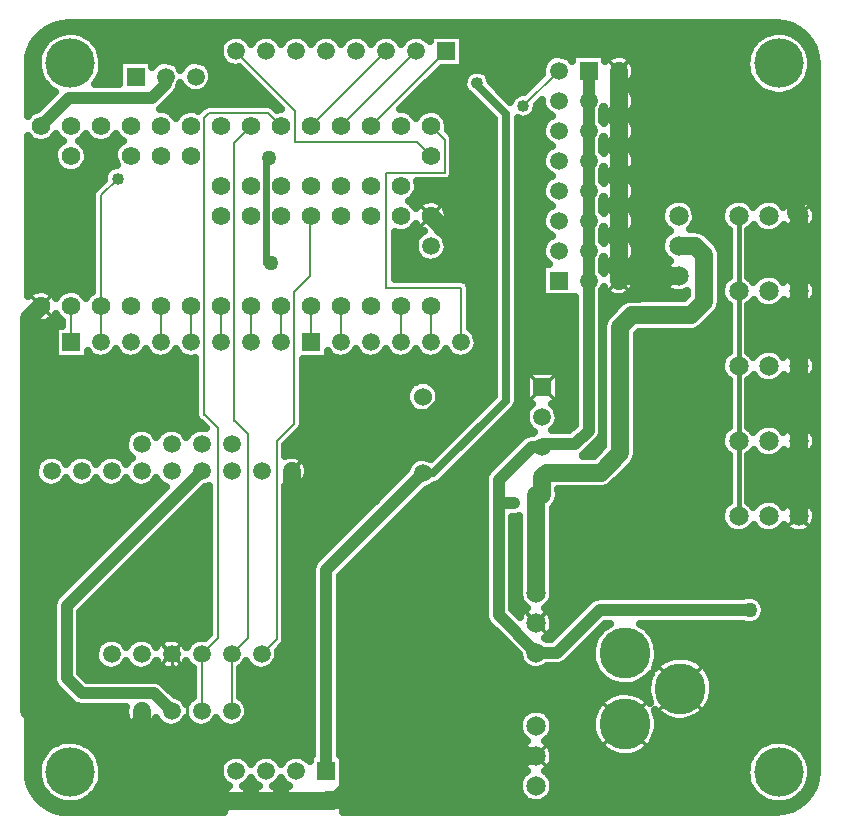
<source format=gbl>
G04 DipTrace Beta 2.9.0.1*
G04 TeensyArbotixPro.gbl*
%MOIN*%
G04 #@! TF.FileFunction,Copper,L2,Bot*
G04 #@! TF.Part,Single*
G04 #@! TA.AperFunction,ViaPad*
%ADD13C,0.04*%
G04 #@! TA.AperFunction,Conductor,NotC*
%ADD14C,0.027559*%
%ADD15C,0.023*%
%ADD16C,0.024*%
%ADD18C,0.008*%
%ADD19C,0.015*%
G04 #@! TA.AperFunction,ComponentPad*
%ADD20C,0.06*%
%ADD21C,0.059055*%
G04 #@! TA.AperFunction,ViaPad*
%ADD22C,0.05*%
G04 #@! TA.AperFunction,Conductor,NotC*
%ADD27C,0.01*%
G04 #@! TA.AperFunction,CopperBalancing*
%ADD30C,0.025*%
%ADD31C,0.013*%
G04 #@! TA.AperFunction,ComponentPad*
%ADD33C,0.065199*%
%ADD34C,0.059055*%
%ADD38R,0.059055X0.059055*%
%ADD52C,0.06194*%
%ADD53C,0.17*%
G04 #@! TA.AperFunction,ViaPad*
%ADD55C,0.165*%
%FSLAX26Y26*%
G04*
G70*
G90*
G75*
G01*
G04 Bottom*
%LPD*%
X2325850Y2929000D2*
D13*
Y2829000D1*
Y2729000D1*
Y2629000D1*
Y2529000D1*
Y2429000D1*
Y2329000D1*
Y2229000D1*
Y1729000D1*
X2280850Y1684000D1*
X2180850D1*
X2170850Y1674000D1*
X2135850D1*
X2025850Y1564000D1*
Y1486243D1*
Y1114000D1*
X2150850Y989000D1*
X2863350Y1131000D2*
X2362850D1*
X2220850Y989000D1*
X2150850D1*
X1035850Y1594000D2*
X586323Y1144472D1*
Y903528D1*
X636323Y853528D1*
X876323D1*
X935850Y794000D1*
X2025850Y1486243D2*
X2075101D1*
X2075850Y1486992D1*
X1772898Y1586047D2*
X1450850Y1264000D1*
Y594000D1*
X1954157Y2887000D2*
D14*
X1947850D1*
X2050850Y2784000D1*
Y1829000D1*
X1807898Y1586047D1*
X1772898D1*
X1260850Y2639000D2*
D15*
X1250850D1*
D16*
Y2289000D1*
X1265850D1*
X1800850Y2644000D2*
D18*
X1754850Y2690000D1*
X1348146D1*
Y2795705D1*
X1314850Y2829000D1*
X1313850D1*
X1151850Y2991000D1*
Y2995000D1*
X1150850Y2994000D1*
X1000850Y2144000D2*
Y2024000D1*
X1100850D2*
Y2144000D1*
X2107850Y2811000D2*
X2225850Y2929000D1*
X1200850Y2144000D2*
Y2024000D1*
X1700850Y2144000D2*
Y2024000D1*
X1900850D2*
Y2205000D1*
X1650850D1*
Y2589000D1*
X1845823D1*
Y2699028D1*
X1800850Y2744000D1*
X1400850Y2444000D2*
X1395850D1*
Y2244000D1*
X1343823Y2191972D1*
Y1751972D1*
X1285850Y1694000D1*
Y1034000D1*
X1235850Y984000D1*
X700850Y2024000D2*
Y2144000D1*
Y2514000D1*
X755850Y2569000D1*
X1800850Y2144000D2*
Y2024000D1*
X1850850Y2994000D2*
X1600850Y2744000D1*
X1750850Y2994000D2*
X1500850Y2744000D1*
X1400850D2*
X1650850Y2994000D1*
X1035850Y794000D2*
Y984000D1*
X1090850Y1039000D1*
Y1739000D1*
X1047962Y1781888D1*
X1043823D1*
Y2770972D1*
X1059823Y2786972D1*
X1257878D1*
X1300850Y2744000D1*
X1135850Y794000D2*
Y984000D1*
X1190850Y1039000D1*
Y1719000D1*
X1147958Y1761892D1*
X1143823D1*
Y2686972D1*
X1200850Y2744000D1*
X900850Y2144000D2*
Y2024000D1*
X1300850D2*
Y2144000D1*
X1400850D2*
Y2024000D1*
X1500850Y2144000D2*
Y2024000D1*
X2825850Y2444000D2*
D19*
Y2194000D1*
Y1944000D1*
Y1694000D1*
Y1444000D1*
X3025850Y2444000D2*
D20*
Y2194000D1*
Y1944000D1*
Y1694000D1*
Y1444000D1*
X2625850Y2244000D2*
X2440850D1*
X2425850Y2229000D1*
Y2929000D2*
Y2829000D1*
Y2729000D1*
Y2629000D1*
Y2580129D1*
Y2529000D1*
Y2429000D1*
Y2329000D1*
Y2229000D1*
Y2580129D2*
X2954722D1*
X3015850Y2519000D1*
Y2454000D1*
X3025850Y2444000D1*
X2150850Y644000D2*
X2005850D1*
X1860850Y499000D1*
X1455850D1*
D21*
X1450850Y494000D1*
X1350850D1*
X1250850D1*
X1150850D1*
X1091323D1*
D20*
X820850D1*
X795850Y519000D1*
Y665852D1*
Y734472D1*
D21*
X835850D1*
Y794000D1*
X795850Y734472D2*
D20*
X520378D1*
X460850Y794000D1*
Y2104000D1*
X500850Y2144000D1*
X1335850Y1594000D2*
D21*
Y1546972D1*
Y1534472D1*
D20*
Y834000D1*
X1235850Y734000D1*
X1220850D1*
X1180850Y694000D1*
X985850D1*
X823999D1*
X795850Y665852D1*
X935850Y984000D2*
D27*
Y949000D1*
X985850Y899000D1*
Y694000D1*
X1800850Y2444000D2*
D20*
X1985850Y2259000D1*
Y1894000D1*
X1955850Y1864000D1*
X1890850D1*
X1550850Y1524000D1*
X1358823D1*
X1335850Y1546972D1*
X500850Y2744000D2*
D13*
X594850Y2838000D1*
X869850D1*
X915850Y2884000D1*
Y2909000D1*
X600850Y2144000D2*
D18*
Y2024000D1*
X2170850Y1574000D2*
D21*
Y1514472D1*
D20*
X2150850D1*
Y1189000D1*
X2625850Y2344000D2*
X2680850D1*
X2710850Y2314000D1*
Y2159000D1*
X2665850Y2114000D1*
X2470850D1*
X2430850Y2074000D1*
Y1654000D1*
X2365850Y1589000D1*
X2185850D1*
D21*
X2170850Y1574000D1*
D22*
X2863350Y1131000D3*
D13*
X2107850Y2811000D3*
D55*
X2959906Y590850D3*
X597701D3*
Y2953055D3*
X2959906D3*
D13*
X1910850Y1295417D3*
X2075850Y1486992D3*
X1954157Y2887000D3*
D22*
X1265850Y2289000D3*
X1260850Y2639000D3*
D13*
X755850Y2569000D3*
X516617Y3062537D2*
D30*
X3027243D1*
X489664Y3037668D2*
X528024D1*
X667399D2*
X1114743D1*
X1186929D2*
X1214743D1*
X1286929D2*
X1314743D1*
X1386929D2*
X1414743D1*
X1486929D2*
X1514743D1*
X1586929D2*
X1614743D1*
X1686929D2*
X1714743D1*
X1908415D2*
X2890133D1*
X3029508D2*
X3053804D1*
X473648Y3012799D2*
X505367D1*
X690055D2*
X1096773D1*
X1908415D2*
X2867476D1*
X3052555D2*
X3069820D1*
X464273Y2987930D2*
X492867D1*
X702555D2*
X1093648D1*
X1908415D2*
X2855367D1*
X3064664D2*
X3079196D1*
X459976Y2963062D2*
X487789D1*
X707633D2*
X758492D1*
X873257D2*
X903024D1*
X928727D2*
X1003024D1*
X1028727D2*
X1103024D1*
X1908415D2*
X2179976D1*
X2471696D2*
X2849899D1*
X3070133D2*
X3083492D1*
X459196Y2938193D2*
X488180D1*
X707243D2*
X758492D1*
X1065055D2*
X1160445D1*
X1839273D2*
X2169039D1*
X2482633D2*
X2850289D1*
X3069352D2*
X3085055D1*
X459196Y2913324D2*
X494820D1*
X700601D2*
X758492D1*
X1073257D2*
X1185445D1*
X1814273D2*
X1914352D1*
X1993961D2*
X2165915D1*
X2481071D2*
X2856929D1*
X3062711D2*
X3085055D1*
X459196Y2888455D2*
X508492D1*
X686929D2*
X758492D1*
X1069352D2*
X1210055D1*
X1789664D2*
X1906148D1*
X2004508D2*
X2140915D1*
X2465445D2*
X2870992D1*
X3049039D2*
X3085055D1*
X459196Y2863587D2*
X534664D1*
X959196D2*
X982320D1*
X1049429D2*
X1235055D1*
X1764664D2*
X1912789D1*
X2029508D2*
X2116304D1*
X2471304D2*
X2896773D1*
X3022867D2*
X3085055D1*
X459196Y2838718D2*
X528804D1*
X937320D2*
X1260055D1*
X1739664D2*
X1938180D1*
X2054117D2*
X2069429D1*
X2482633D2*
X3085055D1*
X459196Y2813849D2*
X503804D1*
X912711D2*
X1045211D1*
X1272476D2*
X1285119D1*
X1715055D2*
X1962789D1*
X2155680D2*
X2170601D1*
X2481071D2*
X3085055D1*
X937320Y2788980D2*
X964352D1*
X1737320D2*
X1764352D1*
X1837320D2*
X1987789D1*
X2150211D2*
X2185445D1*
X2466227D2*
X3085055D1*
X1856071Y2764112D2*
X2008883D1*
X2092789D2*
X2181148D1*
X2470915D2*
X3085055D1*
X1859585Y2739243D2*
X2008883D1*
X2092789D2*
X2169429D1*
X2482243D2*
X3085055D1*
X1873648Y2714374D2*
X2008883D1*
X2092789D2*
X2170211D1*
X2481461D2*
X3085055D1*
X459196Y2689505D2*
X483492D1*
X518180D2*
X564743D1*
X636929D2*
X683492D1*
X718180D2*
X764743D1*
X1877945D2*
X2008883D1*
X2092789D2*
X2185055D1*
X2466617D2*
X3085055D1*
X459196Y2664636D2*
X545601D1*
X656071D2*
X745601D1*
X1877945D2*
X2008883D1*
X2092789D2*
X2181539D1*
X2470133D2*
X3085055D1*
X459196Y2639768D2*
X542085D1*
X659585D2*
X742085D1*
X1877945D2*
X2008883D1*
X2092789D2*
X2169429D1*
X2482243D2*
X3085055D1*
X459196Y2614899D2*
X549899D1*
X651773D2*
X749899D1*
X1877945D2*
X2008883D1*
X2092789D2*
X2170211D1*
X2481461D2*
X3085055D1*
X459196Y2590030D2*
X581539D1*
X620133D2*
X713180D1*
X1877945D2*
X2008883D1*
X2092789D2*
X2184664D1*
X2467008D2*
X3085055D1*
X459196Y2565161D2*
X707711D1*
X1865836D2*
X2008883D1*
X2092789D2*
X2181929D1*
X2469743D2*
X3085055D1*
X459196Y2540293D2*
X683101D1*
X1759585D2*
X2008883D1*
X2092789D2*
X2169429D1*
X2482243D2*
X3085055D1*
X459196Y2515424D2*
X669039D1*
X1752164D2*
X2008883D1*
X2092789D2*
X2170211D1*
X2481852D2*
X3085055D1*
X459196Y2490555D2*
X669039D1*
X1735367D2*
X1766304D1*
X1835367D2*
X2008883D1*
X2092789D2*
X2183883D1*
X2467789D2*
X2588571D1*
X2663101D2*
X2788571D1*
X2863101D2*
X2888571D1*
X2963101D2*
X2988571D1*
X3063101D2*
X3085055D1*
X459196Y2465686D2*
X669039D1*
X1855680D2*
X2008883D1*
X2092789D2*
X2182320D1*
X2469352D2*
X2569429D1*
X2682243D2*
X2769429D1*
X459196Y2440818D2*
X669039D1*
X1859585D2*
X2008883D1*
X2092789D2*
X2169429D1*
X2482243D2*
X2565524D1*
X2686539D2*
X2765524D1*
X459196Y2415949D2*
X669039D1*
X1852555D2*
X2008883D1*
X2092789D2*
X2169820D1*
X2481852D2*
X2572555D1*
X2679117D2*
X2772555D1*
X459196Y2391080D2*
X669039D1*
X1722867D2*
X1769820D1*
X1831852D2*
X2008883D1*
X2092789D2*
X2183492D1*
X2468180D2*
X2589352D1*
X2712711D2*
X2790524D1*
X2861539D2*
X2899508D1*
X2952164D2*
X2999508D1*
X3052164D2*
X3085055D1*
X459196Y2366211D2*
X669039D1*
X1683024D2*
X1747945D1*
X1853727D2*
X2008883D1*
X2092789D2*
X2182711D1*
X2468961D2*
X2569820D1*
X2739664D2*
X2790524D1*
X2861539D2*
X3085055D1*
X459196Y2341343D2*
X669039D1*
X1683024D2*
X1743257D1*
X1858415D2*
X2008883D1*
X2092789D2*
X2169820D1*
X2481852D2*
X2565133D1*
X2761539D2*
X2790524D1*
X2861539D2*
X3085055D1*
X459196Y2316474D2*
X669039D1*
X1683024D2*
X1750680D1*
X1850992D2*
X2008883D1*
X2092789D2*
X2169820D1*
X2481852D2*
X2572164D1*
X2768961D2*
X2790524D1*
X2861539D2*
X3085055D1*
X459196Y2291605D2*
X669039D1*
X1683024D2*
X1781539D1*
X1820133D2*
X2008883D1*
X2092789D2*
X2183101D1*
X2468571D2*
X2590133D1*
X2768961D2*
X2790524D1*
X2861539D2*
X3085055D1*
X459196Y2266736D2*
X669039D1*
X1683024D2*
X2008883D1*
X2092789D2*
X2168257D1*
X2468571D2*
X2569820D1*
X2768961D2*
X2790524D1*
X2861539D2*
X3085055D1*
X459196Y2241867D2*
X669039D1*
X1683024D2*
X2008883D1*
X2092789D2*
X2168257D1*
X2481852D2*
X2565133D1*
X2768961D2*
X2790524D1*
X2861539D2*
X2890524D1*
X2961148D2*
X2990524D1*
X3061148D2*
X3085055D1*
X459196Y2216999D2*
X669039D1*
X1930289D2*
X2008883D1*
X2092789D2*
X2168257D1*
X2482243D2*
X2571773D1*
X533024Y2192130D2*
X568648D1*
X633024D2*
X668648D1*
X1933024D2*
X2008883D1*
X2092789D2*
X2168257D1*
X2469352D2*
X2597164D1*
X1933024Y2167261D2*
X2008883D1*
X2092789D2*
X2278024D1*
X2374039D2*
X2452633D1*
X1933024Y2142392D2*
X2008883D1*
X2092789D2*
X2278024D1*
X2374039D2*
X2418257D1*
X2766227D2*
X2790524D1*
X2861539D2*
X2896773D1*
X2954899D2*
X2996773D1*
X3054899D2*
X3085055D1*
X1933024Y2117524D2*
X2008883D1*
X2092789D2*
X2278024D1*
X2374039D2*
X2393257D1*
X2750211D2*
X2790524D1*
X2861539D2*
X3085055D1*
X459196Y2092655D2*
X474736D1*
X526773D2*
X569039D1*
X1933024D2*
X2008883D1*
X2092789D2*
X2278024D1*
X2725601D2*
X2790524D1*
X2861539D2*
X3085055D1*
X459196Y2067786D2*
X543257D1*
X1936539D2*
X2008883D1*
X2092789D2*
X2278024D1*
X2699039D2*
X2790524D1*
X2861539D2*
X3085055D1*
X459196Y2042917D2*
X543257D1*
X1954899D2*
X2008883D1*
X2092789D2*
X2278024D1*
X2488883D2*
X2790524D1*
X2861539D2*
X3085055D1*
X459196Y2018049D2*
X543257D1*
X1958024D2*
X2008883D1*
X2092789D2*
X2278024D1*
X2488883D2*
X2790524D1*
X2861539D2*
X3085055D1*
X459196Y1993180D2*
X543257D1*
X1949039D2*
X2008883D1*
X2092789D2*
X2278024D1*
X2488883D2*
X2790524D1*
X2861539D2*
X2892476D1*
X2959196D2*
X2992476D1*
X3059196D2*
X3085055D1*
X459196Y1968311D2*
X1012008D1*
X1375992D2*
X2008883D1*
X2092789D2*
X2278024D1*
X2488883D2*
X2770601D1*
X459196Y1943442D2*
X1012008D1*
X1375992D2*
X2008883D1*
X2092789D2*
X2278024D1*
X2488883D2*
X2765133D1*
X459196Y1918573D2*
X1012008D1*
X1375992D2*
X2008883D1*
X2092789D2*
X2113180D1*
X2228336D2*
X2278024D1*
X2488883D2*
X2770992D1*
X459196Y1893705D2*
X1012008D1*
X1375992D2*
X1750289D1*
X1795524D2*
X2008883D1*
X2092789D2*
X2113180D1*
X2228336D2*
X2278024D1*
X2488883D2*
X2790524D1*
X2861539D2*
X2894429D1*
X2957243D2*
X2994429D1*
X3057243D2*
X3085055D1*
X459196Y1868836D2*
X1012008D1*
X1375992D2*
X1721773D1*
X1824039D2*
X2008883D1*
X2092789D2*
X2113180D1*
X2228336D2*
X2278024D1*
X2488883D2*
X2790524D1*
X2861539D2*
X3085055D1*
X459196Y1843967D2*
X1012008D1*
X1375992D2*
X1714743D1*
X1830680D2*
X2007711D1*
X2092789D2*
X2113180D1*
X2228336D2*
X2278024D1*
X2488883D2*
X2790524D1*
X2861539D2*
X3085055D1*
X459196Y1819098D2*
X1012008D1*
X1375992D2*
X1719820D1*
X1825992D2*
X1982711D1*
X2091227D2*
X2113180D1*
X2228336D2*
X2278024D1*
X2488883D2*
X2790524D1*
X2861539D2*
X3085055D1*
X459196Y1794230D2*
X1012008D1*
X1375992D2*
X1742085D1*
X1803727D2*
X1958101D1*
X2074039D2*
X2117085D1*
X2224429D2*
X2278024D1*
X2488883D2*
X2790524D1*
X2861539D2*
X3085055D1*
X459196Y1769361D2*
X1014743D1*
X1375992D2*
X1933101D1*
X2049429D2*
X2113571D1*
X2228336D2*
X2278024D1*
X2488883D2*
X2790524D1*
X2861539D2*
X3085055D1*
X459196Y1744492D2*
X1041304D1*
X1374820D2*
X1908101D1*
X2024429D2*
X2121773D1*
X2219743D2*
X2274508D1*
X2488883D2*
X2790524D1*
X2861539D2*
X2894429D1*
X2957243D2*
X2994429D1*
X3057243D2*
X3085055D1*
X459196Y1719623D2*
X791304D1*
X1355680D2*
X1883492D1*
X1999429D2*
X2137399D1*
X2488883D2*
X2771383D1*
X459196Y1694755D2*
X779196D1*
X1330680D2*
X1858492D1*
X1974820D2*
X2089743D1*
X2358415D2*
X2372945D1*
X2488883D2*
X2765133D1*
X459196Y1669886D2*
X779976D1*
X1317789D2*
X1833492D1*
X1949820D2*
X2064743D1*
X2333415D2*
X2365915D1*
X2488883D2*
X2770601D1*
X459196Y1645017D2*
X512789D1*
X558804D2*
X612789D1*
X658804D2*
X712789D1*
X758804D2*
X794429D1*
X1358804D2*
X1808883D1*
X1924820D2*
X2040133D1*
X2306852D2*
X2340915D1*
X2488101D2*
X2790524D1*
X2861539D2*
X2892085D1*
X2959585D2*
X2992085D1*
X3059585D2*
X3085055D1*
X459196Y1620148D2*
X485055D1*
X1386929D2*
X1727243D1*
X1900211D2*
X2015133D1*
X2477164D2*
X2790524D1*
X2861539D2*
X3085055D1*
X459196Y1595280D2*
X478613D1*
X1393180D2*
X1715133D1*
X1875211D2*
X1990133D1*
X2452945D2*
X2790524D1*
X2861539D2*
X3085055D1*
X459196Y1570411D2*
X483492D1*
X1388101D2*
X1690524D1*
X1850211D2*
X1978415D1*
X2428336D2*
X2790524D1*
X2861539D2*
X3085055D1*
X459196Y1545542D2*
X507320D1*
X564273D2*
X607320D1*
X664273D2*
X707320D1*
X764273D2*
X807320D1*
X864273D2*
X907320D1*
X1364273D2*
X1665524D1*
X1812711D2*
X1978024D1*
X2402945D2*
X2790524D1*
X2861539D2*
X3085055D1*
X459196Y1520673D2*
X895601D1*
X1029508D2*
X1058883D1*
X1317789D2*
X1640524D1*
X1774429D2*
X1978024D1*
X2228336D2*
X2790524D1*
X2861539D2*
X3085055D1*
X459196Y1495804D2*
X870992D1*
X1004508D2*
X1058883D1*
X1317789D2*
X1615915D1*
X1749429D2*
X1978024D1*
X2225601D2*
X2790524D1*
X2861539D2*
X2897164D1*
X2954508D2*
X2997164D1*
X3054508D2*
X3085055D1*
X459196Y1470936D2*
X845992D1*
X979508D2*
X1058883D1*
X1317789D2*
X1590915D1*
X1724820D2*
X1978024D1*
X2208804D2*
X2771773D1*
X459196Y1446067D2*
X820992D1*
X954899D2*
X1058883D1*
X1317789D2*
X1565915D1*
X1699820D2*
X1978024D1*
X2208804D2*
X2765133D1*
X459196Y1421198D2*
X796383D1*
X929899D2*
X1058883D1*
X1317789D2*
X1541304D1*
X1674820D2*
X1978024D1*
X2074039D2*
X2092867D1*
X2208804D2*
X2769820D1*
X459196Y1396329D2*
X771383D1*
X904899D2*
X1058883D1*
X1317789D2*
X1516304D1*
X1650211D2*
X1978024D1*
X2074039D2*
X2092867D1*
X2208804D2*
X2790133D1*
X2861539D2*
X2890133D1*
X2961539D2*
X2990133D1*
X3061539D2*
X3085055D1*
X459196Y1371461D2*
X746383D1*
X880289D2*
X1058883D1*
X1317789D2*
X1491304D1*
X1625211D2*
X1978024D1*
X2074039D2*
X2092867D1*
X2208804D2*
X3085055D1*
X459196Y1346592D2*
X721773D1*
X855289D2*
X1058883D1*
X1317789D2*
X1466696D1*
X1600211D2*
X1978024D1*
X2074039D2*
X2092867D1*
X2208804D2*
X3085055D1*
X459196Y1321723D2*
X696773D1*
X830289D2*
X1058883D1*
X1317789D2*
X1441696D1*
X1575601D2*
X1978024D1*
X2074039D2*
X2092867D1*
X2208804D2*
X3085055D1*
X459196Y1296854D2*
X671773D1*
X805680D2*
X1058883D1*
X1317789D2*
X1416696D1*
X1550601D2*
X1978024D1*
X2074039D2*
X2092867D1*
X2208804D2*
X3085055D1*
X459196Y1271986D2*
X647164D1*
X780680D2*
X1058883D1*
X1317789D2*
X1403415D1*
X1525601D2*
X1978024D1*
X2074039D2*
X2092867D1*
X2208804D2*
X3085055D1*
X459196Y1247117D2*
X622164D1*
X755680D2*
X1058883D1*
X1317789D2*
X1403024D1*
X1500992D2*
X1978024D1*
X2074039D2*
X2092867D1*
X2208804D2*
X3085055D1*
X459196Y1222248D2*
X597164D1*
X731071D2*
X1058883D1*
X1317789D2*
X1403024D1*
X1499039D2*
X1978024D1*
X2074039D2*
X2092867D1*
X2208804D2*
X3085055D1*
X459196Y1197379D2*
X572555D1*
X706071D2*
X1058883D1*
X1317789D2*
X1403024D1*
X1499039D2*
X1978024D1*
X2074039D2*
X2091150D1*
X2210757D2*
X3085055D1*
X459196Y1172510D2*
X547945D1*
X681071D2*
X1058883D1*
X1317789D2*
X1403024D1*
X1499039D2*
X1978024D1*
X2074039D2*
X2092476D1*
X2209196D2*
X2341696D1*
X2894743D2*
X3085055D1*
X459196Y1147642D2*
X538571D1*
X656461D2*
X1058883D1*
X1317789D2*
X1403024D1*
X1499039D2*
X1978024D1*
X2074039D2*
X2107711D1*
X2193961D2*
X2312789D1*
X2913492D2*
X3085055D1*
X459196Y1122773D2*
X538180D1*
X634196D2*
X1058883D1*
X1317789D2*
X1403024D1*
X1499039D2*
X1978024D1*
X2083804D2*
X2101071D1*
X2200601D2*
X2287789D1*
X2915836D2*
X3085055D1*
X459196Y1097904D2*
X538180D1*
X634196D2*
X1058883D1*
X1317789D2*
X1403024D1*
X1499039D2*
X1980757D1*
X2210757D2*
X2262789D1*
X2904117D2*
X3085055D1*
X459196Y1073035D2*
X538180D1*
X634196D2*
X1058883D1*
X1317789D2*
X1403024D1*
X1499039D2*
X1999899D1*
X2209196D2*
X2238180D1*
X2518571D2*
X3085055D1*
X459196Y1048167D2*
X538180D1*
X634196D2*
X1055757D1*
X1317789D2*
X1403024D1*
X1499039D2*
X2024899D1*
X2194743D2*
X2213180D1*
X2541227D2*
X3085055D1*
X459196Y1023298D2*
X538180D1*
X634196D2*
X694820D1*
X776773D2*
X794820D1*
X876773D2*
X894820D1*
X976773D2*
X994820D1*
X1315836D2*
X1403024D1*
X1499039D2*
X2049899D1*
X2322085D2*
X2340356D1*
X2553727D2*
X3085055D1*
X459196Y998429D2*
X538180D1*
X634196D2*
X680367D1*
X1294352D2*
X1403024D1*
X1499039D2*
X2074508D1*
X2297085D2*
X2334273D1*
X2559196D2*
X3085055D1*
X459196Y973560D2*
X538180D1*
X634196D2*
X679196D1*
X1292399D2*
X1403024D1*
X1499039D2*
X2092476D1*
X2272085D2*
X2334664D1*
X2559196D2*
X2594039D1*
X2669743D2*
X3085055D1*
X459196Y948692D2*
X538180D1*
X634196D2*
X691304D1*
X1280680D2*
X1403024D1*
X1499039D2*
X2106539D1*
X2244352D2*
X2340524D1*
X2710757D2*
X3085055D1*
X459196Y923823D2*
X538180D1*
X634196D2*
X1003804D1*
X1167789D2*
X1403024D1*
X1499039D2*
X2353804D1*
X2730289D2*
X3085055D1*
X459196Y898954D2*
X538571D1*
X881461D2*
X1003804D1*
X1167789D2*
X1403024D1*
X1499039D2*
X2377633D1*
X2740836D2*
X3085055D1*
X459196Y874085D2*
X549117D1*
X922476D2*
X1003804D1*
X1167789D2*
X1403024D1*
X1499039D2*
X2519039D1*
X2744743D2*
X3085055D1*
X459196Y849217D2*
X573727D1*
X947476D2*
X1003804D1*
X1167789D2*
X1403024D1*
X1499039D2*
X2394039D1*
X2499429D2*
X2520601D1*
X2743180D2*
X3085055D1*
X459196Y824348D2*
X598727D1*
X1184196D2*
X1403024D1*
X1499039D2*
X2362008D1*
X2735367D2*
X3085055D1*
X459196Y799479D2*
X778415D1*
X1193180D2*
X1403024D1*
X1499039D2*
X2131148D1*
X2170524D2*
X2345211D1*
X2720524D2*
X3085055D1*
X459196Y774610D2*
X781929D1*
X1189664D2*
X1403024D1*
X1499039D2*
X2099117D1*
X2202555D2*
X2336617D1*
X2557243D2*
X2571773D1*
X2692008D2*
X3085055D1*
X459196Y749741D2*
X800680D1*
X870915D2*
X900680D1*
X970915D2*
X1000680D1*
X1070915D2*
X1100680D1*
X1170915D2*
X1403024D1*
X1499039D2*
X2090524D1*
X2211148D2*
X2333883D1*
X2559976D2*
X3085055D1*
X459196Y724873D2*
X1403024D1*
X1499039D2*
X2093648D1*
X2208024D2*
X2337008D1*
X2556852D2*
X3085055D1*
X459196Y700004D2*
X1403024D1*
X1499039D2*
X2110445D1*
X2191227D2*
X2346383D1*
X2547476D2*
X3085055D1*
X459196Y675135D2*
X527633D1*
X667789D2*
X1403024D1*
X1499039D2*
X2099117D1*
X2202555D2*
X2363961D1*
X2529899D2*
X2889743D1*
X3029899D2*
X3085055D1*
X459196Y650266D2*
X504976D1*
X690445D2*
X1403024D1*
X1499039D2*
X2090524D1*
X2211148D2*
X2398336D1*
X2495133D2*
X2867085D1*
X3052555D2*
X3085055D1*
X459196Y625398D2*
X492867D1*
X702555D2*
X1103024D1*
X1508415D2*
X2093257D1*
X2208415D2*
X2854976D1*
X3064664D2*
X3085055D1*
X459196Y600529D2*
X487789D1*
X707633D2*
X1093648D1*
X1508415D2*
X2109664D1*
X2192008D2*
X2849899D1*
X3070133D2*
X3085055D1*
X460757Y575660D2*
X488180D1*
X707243D2*
X1096383D1*
X1508415D2*
X2099508D1*
X2202164D2*
X2850289D1*
X3069352D2*
X3083101D1*
X465836Y550791D2*
X494820D1*
X700601D2*
X1114352D1*
X1187320D2*
X1214352D1*
X1287320D2*
X1314352D1*
X1508415D2*
X2090524D1*
X2211148D2*
X2856929D1*
X3062711D2*
X3078003D1*
X476383Y525923D2*
X508883D1*
X686539D2*
X1103415D1*
X1508415D2*
X2093257D1*
X2208415D2*
X2870992D1*
X3048648D2*
X3067085D1*
X494352Y501054D2*
X535055D1*
X660367D2*
X1093648D1*
X1508415D2*
X2109273D1*
X2192399D2*
X2897555D1*
X3022476D2*
X3049508D1*
X524039Y476185D2*
X1096383D1*
X1508415D2*
X3019039D1*
X2207610Y1176596D2*
X2203654Y1164764D1*
X2197262Y1154050D1*
X2188731Y1144948D1*
X2180583Y1138916D1*
X2190554Y1131417D1*
X2198694Y1121963D1*
X2204629Y1110990D1*
X2208083Y1099001D1*
X2208896Y1086501D1*
X2207025Y1074167D1*
X2202563Y1062516D1*
X2195717Y1052085D1*
X2186801Y1043358D1*
X2180423Y1038995D1*
X2187039Y1034400D1*
X2202022Y1034500D1*
X2330677Y1163173D1*
X2340612Y1170696D1*
X2352601Y1175278D1*
X2362850Y1176500D1*
X2841366D1*
X2850517Y1179843D1*
X2862875Y1181497D1*
X2875261Y1180075D1*
X2886923Y1175661D1*
X2897146Y1168525D1*
X2905310Y1159101D1*
X2910916Y1147965D1*
X2913850Y1131000D1*
X2912311Y1118627D1*
X2907787Y1107009D1*
X2900555Y1096853D1*
X2891055Y1088778D1*
X2879866Y1083277D1*
X2867671Y1080685D1*
X2855211Y1081160D1*
X2841571Y1085664D1*
X2496554Y1085500D1*
X2509640Y1077927D1*
X2519503Y1070259D1*
X2528436Y1061525D1*
X2536327Y1051839D1*
X2543075Y1041324D1*
X2548592Y1030115D1*
X2552808Y1018356D1*
X2555671Y1006194D1*
X2557350Y987000D1*
X2556644Y974526D1*
X2554534Y962213D1*
X2551049Y950215D1*
X2546381Y939049D1*
X2560041Y952843D1*
X2574181Y963123D1*
X2589764Y971045D1*
X2606403Y976411D1*
X2623678Y979084D1*
X2641160Y979000D1*
X2658409Y976160D1*
X2674995Y970635D1*
X2690501Y962564D1*
X2704542Y952148D1*
X2716764Y939648D1*
X2726861Y925377D1*
X2734580Y909693D1*
X2739731Y892987D1*
X2742181Y875677D1*
X2741937Y858903D1*
X2738986Y841673D1*
X2733353Y825123D1*
X2725181Y809669D1*
X2714673Y795698D1*
X2702094Y783558D1*
X2687759Y773554D1*
X2672024Y765936D1*
X2655285Y760895D1*
X2637959Y758556D1*
X2620483Y758980D1*
X2603293Y762155D1*
X2586816Y768000D1*
X2571470Y776371D1*
X2557635Y787058D1*
X2546203Y799129D1*
X2552072Y784524D1*
X2556077Y767507D1*
X2557350Y750780D1*
X2555967Y733353D1*
X2551853Y716362D1*
X2545112Y700232D1*
X2535909Y685369D1*
X2524479Y672142D1*
X2511106Y660883D1*
X2496125Y651874D1*
X2479909Y645341D1*
X2462866Y641446D1*
X2445424Y640289D1*
X2428016Y641896D1*
X2411080Y646230D1*
X2395038Y653180D1*
X2380294Y662572D1*
X2367217Y674172D1*
X2356131Y687690D1*
X2347316Y702787D1*
X2340993Y719085D1*
X2337320Y736176D1*
X2336387Y753634D1*
X2338219Y771018D1*
X2342772Y787898D1*
X2349928Y803848D1*
X2359509Y818469D1*
X2371278Y831396D1*
X2384938Y842306D1*
X2400147Y850925D1*
X2416525Y857037D1*
X2433663Y860490D1*
X2451130Y861197D1*
X2468491Y859140D1*
X2485310Y854371D1*
X2501165Y847009D1*
X2515661Y837239D1*
X2528436Y825304D1*
X2532356Y820898D1*
X2526033Y837196D1*
X2522360Y854286D1*
X2521427Y871744D1*
X2523259Y889129D1*
X2527811Y906008D1*
X2532497Y917167D1*
X2524479Y908362D1*
X2515106Y900101D1*
X2504861Y892953D1*
X2493874Y887005D1*
X2482286Y882336D1*
X2470245Y879005D1*
X2457906Y877054D1*
X2445424Y876509D1*
X2432961Y877377D1*
X2420675Y879646D1*
X2408723Y883286D1*
X2397260Y888253D1*
X2386430Y894482D1*
X2376373Y901894D1*
X2367217Y910392D1*
X2359077Y919871D1*
X2352062Y930209D1*
X2346256Y941272D1*
X2341738Y952919D1*
X2338562Y965003D1*
X2336772Y977366D1*
X2336387Y989854D1*
X2337416Y1002304D1*
X2339843Y1014560D1*
X2343638Y1026463D1*
X2348752Y1037862D1*
X2355119Y1048610D1*
X2362661Y1058571D1*
X2371278Y1067617D1*
X2380861Y1075633D1*
X2397205Y1085522D1*
X2381710Y1085500D1*
X2253024Y956827D1*
X2243089Y949304D1*
X2231100Y944722D1*
X2220850Y943500D1*
X2186866D1*
X2178453Y937875D1*
X2166902Y933161D1*
X2154610Y931022D1*
X2142146Y931556D1*
X2130083Y934739D1*
X2118978Y940424D1*
X2109341Y948348D1*
X2101619Y958147D1*
X2096168Y969369D1*
X2093211Y982664D1*
X2039127Y1036377D1*
X1993677Y1081827D1*
X1986155Y1091761D1*
X1981572Y1103751D1*
X1980350Y1114000D1*
Y1564000D1*
X1982056Y1576344D1*
X1987294Y1588062D1*
X1993677Y1596173D1*
X2103677Y1706173D1*
X2113612Y1713696D1*
X2125601Y1718278D1*
X2135850Y1719500D1*
X2140147D1*
X2145751Y1725030D1*
X2135367Y1731941D1*
X2126807Y1741012D1*
X2120509Y1751780D1*
X2116798Y1763688D1*
X2115864Y1776125D1*
X2117755Y1788454D1*
X2122374Y1800041D1*
X2129484Y1810289D1*
X2139060Y1818864D1*
X2115823Y1818972D1*
Y1929028D1*
X2225878D1*
Y1818972D1*
X2202518D1*
X2207932Y1814657D1*
X2216135Y1805262D1*
X2222012Y1794260D1*
X2225261Y1782218D1*
X2225878Y1774000D1*
X2224465Y1761608D1*
X2220297Y1749852D1*
X2213587Y1739336D1*
X2203020Y1729585D1*
X2261710Y1729500D1*
X2280441Y1747938D1*
X2280350Y2173921D1*
X2170823Y2173972D1*
Y2284028D1*
X2193870D1*
X2181807Y2296012D1*
X2175509Y2306780D1*
X2171798Y2318688D1*
X2170864Y2331125D1*
X2172755Y2343454D1*
X2177374Y2355041D1*
X2184484Y2365289D1*
X2193719Y2373673D1*
X2202904Y2378810D1*
X2190367Y2386941D1*
X2181807Y2396012D1*
X2175509Y2406780D1*
X2171798Y2418688D1*
X2170864Y2431125D1*
X2172755Y2443454D1*
X2177374Y2455041D1*
X2184484Y2465289D1*
X2193719Y2473673D1*
X2202904Y2478810D1*
X2190367Y2486941D1*
X2181807Y2496012D1*
X2175509Y2506780D1*
X2171798Y2518688D1*
X2170864Y2531125D1*
X2172755Y2543454D1*
X2177374Y2555041D1*
X2184484Y2565289D1*
X2193719Y2573673D1*
X2202904Y2578810D1*
X2190367Y2586941D1*
X2181807Y2596012D1*
X2175509Y2606780D1*
X2171798Y2618688D1*
X2170864Y2631125D1*
X2172755Y2643454D1*
X2177374Y2655041D1*
X2184484Y2665289D1*
X2193719Y2673673D1*
X2202904Y2678810D1*
X2190367Y2686941D1*
X2181807Y2696012D1*
X2175509Y2706780D1*
X2171798Y2718688D1*
X2170864Y2731125D1*
X2172755Y2743454D1*
X2177374Y2755041D1*
X2184484Y2765289D1*
X2193719Y2773673D1*
X2202904Y2778810D1*
X2190367Y2786941D1*
X2181807Y2796012D1*
X2175509Y2806780D1*
X2171798Y2818688D1*
X2171041Y2832281D1*
X2153073Y2814504D1*
X2151644Y2798656D1*
X2146654Y2787239D1*
X2138752Y2777604D1*
X2128534Y2770472D1*
X2116764Y2766382D1*
X2104325Y2765636D1*
X2090433Y2769210D1*
X2090130Y2646500D1*
Y1829000D1*
X2088157Y1816710D1*
X2082161Y1805382D1*
X2085172Y1809898D1*
X2078625Y1801226D1*
X1835672Y1558273D1*
X1825588Y1550976D1*
X1813337Y1547206D1*
X1796087Y1536144D1*
X1783088Y1532094D1*
X1496541Y1245344D1*
X1496350Y901500D1*
Y648765D1*
X1505878Y649028D1*
Y456449D1*
X2949890Y456500D1*
X2979080Y459366D1*
X3004301Y466991D1*
X3027480Y479367D1*
X3047799Y496030D1*
X3064478Y516335D1*
X3076874Y539504D1*
X3084513Y564647D1*
X3087409Y593951D1*
X3087406Y2949915D1*
X3084539Y2979080D1*
X3076915Y3004302D1*
X3064538Y3027480D1*
X3047877Y3047798D1*
X3027571Y3064478D1*
X3004403Y3076873D1*
X2979261Y3084510D1*
X2949954Y3087407D1*
X593743Y3087406D1*
X567588Y3085131D1*
X544848Y3079043D1*
X523669Y3069140D1*
X504531Y3055711D1*
X488017Y3039163D1*
X474627Y3019997D1*
X464769Y2998798D1*
X458741Y2976209D1*
X456507Y2950383D1*
X456501Y2778606D1*
X463278Y2786156D1*
X473450Y2793377D1*
X484961Y2798188D1*
X492255Y2799475D1*
X549055Y2856551D1*
X534223Y2865678D1*
X524558Y2873593D1*
X515871Y2882572D1*
X508278Y2892493D1*
X501883Y2903226D1*
X496770Y2914625D1*
X493007Y2926537D1*
X490646Y2938804D1*
X489715Y2951264D1*
X490231Y2963745D1*
X492185Y2976085D1*
X495550Y2988115D1*
X500282Y2999678D1*
X506319Y3010617D1*
X513577Y3020785D1*
X521962Y3030046D1*
X531360Y3038277D1*
X541644Y3045369D1*
X552681Y3051224D1*
X564319Y3055766D1*
X576403Y3058934D1*
X588773Y3060685D1*
X601262Y3060996D1*
X613703Y3059864D1*
X625930Y3057301D1*
X637781Y3053343D1*
X649094Y3048043D1*
X659719Y3041472D1*
X669516Y3033719D1*
X678350Y3024886D1*
X686106Y3015092D1*
X692678Y3004467D1*
X697980Y2993155D1*
X701940Y2981307D1*
X704505Y2969080D1*
X705701Y2953055D1*
X704978Y2940583D1*
X702820Y2928278D1*
X699256Y2916304D1*
X694332Y2904823D1*
X688115Y2893986D1*
X680423Y2883655D1*
X760866Y2883500D1*
X760823Y2964028D1*
X870878D1*
Y2940980D1*
X883719Y2953673D1*
X894606Y2959761D1*
X906584Y2963241D1*
X919037Y2963936D1*
X931328Y2961806D1*
X942823Y2956965D1*
X952932Y2949657D1*
X961135Y2940262D1*
X965727Y2931667D1*
X974484Y2945289D1*
X983719Y2953673D1*
X994606Y2959761D1*
X1006584Y2963241D1*
X1019037Y2963936D1*
X1031328Y2961806D1*
X1042823Y2956965D1*
X1052932Y2949657D1*
X1061135Y2940262D1*
X1067012Y2929260D1*
X1070261Y2917218D1*
X1070878Y2909000D1*
X1069465Y2896608D1*
X1065297Y2884852D1*
X1058587Y2874336D1*
X1049682Y2865601D1*
X1039039Y2859097D1*
X1027205Y2855156D1*
X1014787Y2853983D1*
X1002424Y2855635D1*
X990751Y2860030D1*
X980367Y2866941D1*
X971807Y2876012D1*
X965706Y2886442D1*
X960894Y2877950D1*
X959644Y2871656D1*
X954407Y2859938D1*
X948024Y2851827D1*
X897736Y2802113D1*
X897245Y2800354D1*
X909706Y2799772D1*
X921735Y2796466D1*
X932744Y2790601D1*
X942197Y2782461D1*
X950739Y2769950D1*
X954940Y2776879D1*
X963278Y2786156D1*
X973450Y2793377D1*
X984961Y2798188D1*
X997245Y2800354D1*
X1009706Y2799772D1*
X1021735Y2796466D1*
X1025520Y2794450D1*
X1038963Y2807832D1*
X1049768Y2814622D1*
X1059823Y2816472D1*
X1257878D1*
X1270319Y2813634D1*
X1278738Y2807832D1*
X1287853Y2798717D1*
X1297245Y2800354D1*
X1302307Y2800118D1*
X1292991Y2808140D1*
X1161236Y2939894D1*
X1149787Y2938983D1*
X1137424Y2940635D1*
X1125751Y2945030D1*
X1115367Y2951941D1*
X1106807Y2961012D1*
X1100509Y2971780D1*
X1096798Y2983688D1*
X1095864Y2996125D1*
X1097755Y3008454D1*
X1102374Y3020041D1*
X1109484Y3030289D1*
X1118719Y3038673D1*
X1129606Y3044761D1*
X1141584Y3048241D1*
X1154037Y3048936D1*
X1166328Y3046806D1*
X1177823Y3041965D1*
X1187932Y3034657D1*
X1196135Y3025262D1*
X1200727Y3016667D1*
X1209484Y3030289D1*
X1218719Y3038673D1*
X1229606Y3044761D1*
X1241584Y3048241D1*
X1254037Y3048936D1*
X1266328Y3046806D1*
X1277823Y3041965D1*
X1287932Y3034657D1*
X1296135Y3025262D1*
X1300727Y3016667D1*
X1309484Y3030289D1*
X1318719Y3038673D1*
X1329606Y3044761D1*
X1341584Y3048241D1*
X1354037Y3048936D1*
X1366328Y3046806D1*
X1377823Y3041965D1*
X1387932Y3034657D1*
X1396135Y3025262D1*
X1400727Y3016667D1*
X1409484Y3030289D1*
X1418719Y3038673D1*
X1429606Y3044761D1*
X1441584Y3048241D1*
X1454037Y3048936D1*
X1466328Y3046806D1*
X1477823Y3041965D1*
X1487932Y3034657D1*
X1496135Y3025262D1*
X1500727Y3016667D1*
X1509484Y3030289D1*
X1518719Y3038673D1*
X1529606Y3044761D1*
X1541584Y3048241D1*
X1554037Y3048936D1*
X1566328Y3046806D1*
X1577823Y3041965D1*
X1587932Y3034657D1*
X1596135Y3025262D1*
X1600727Y3016667D1*
X1609484Y3030289D1*
X1618719Y3038673D1*
X1629606Y3044761D1*
X1641584Y3048241D1*
X1654037Y3048936D1*
X1666328Y3046806D1*
X1677823Y3041965D1*
X1687932Y3034657D1*
X1696135Y3025262D1*
X1700727Y3016667D1*
X1709484Y3030289D1*
X1718719Y3038673D1*
X1729606Y3044761D1*
X1741584Y3048241D1*
X1754037Y3048936D1*
X1766328Y3046806D1*
X1777823Y3041965D1*
X1787932Y3034657D1*
X1795823Y3026472D1*
Y3049028D1*
X1905878D1*
Y2938972D1*
X1837518D1*
X1699076Y2800507D1*
X1709706Y2799772D1*
X1721735Y2796466D1*
X1732744Y2790601D1*
X1742197Y2782461D1*
X1750739Y2769950D1*
X1754940Y2776879D1*
X1763278Y2786156D1*
X1773450Y2793377D1*
X1784961Y2798188D1*
X1797245Y2800354D1*
X1809706Y2799772D1*
X1821735Y2796466D1*
X1832744Y2790601D1*
X1842197Y2782461D1*
X1849633Y2772445D1*
X1854688Y2761041D1*
X1857320Y2744000D1*
X1855815Y2731234D1*
X1866682Y2719887D1*
X1873472Y2709083D1*
X1875323Y2699028D1*
X1875096Y2585348D1*
X1871005Y2573635D1*
X1862461Y2564639D1*
X1850974Y2559953D1*
X1820823Y2559500D1*
X1754807D1*
X1757320Y2544000D1*
X1755942Y2531602D1*
X1751877Y2519808D1*
X1745320Y2509196D1*
X1736593Y2500282D1*
X1727105Y2494136D1*
X1732744Y2490601D1*
X1742197Y2482461D1*
X1750739Y2469950D1*
X1756440Y2478878D1*
X1765181Y2487778D1*
X1775663Y2494542D1*
X1787374Y2498839D1*
X1799743Y2500459D1*
X1812165Y2499324D1*
X1824037Y2495491D1*
X1834776Y2489143D1*
X1843860Y2480593D1*
X1850844Y2470259D1*
X1855390Y2458642D1*
X1857273Y2446310D1*
X1856437Y2434052D1*
X1852896Y2422091D1*
X1846816Y2411198D1*
X1838493Y2401907D1*
X1828333Y2394669D1*
X1825487Y2393201D1*
X1837932Y2384657D1*
X1846135Y2375262D1*
X1852012Y2364260D1*
X1855261Y2352218D1*
X1855878Y2344000D1*
X1854465Y2331608D1*
X1850297Y2319852D1*
X1843587Y2309336D1*
X1834682Y2300601D1*
X1824039Y2294097D1*
X1812205Y2290156D1*
X1799787Y2288983D1*
X1787424Y2290635D1*
X1775751Y2295030D1*
X1765367Y2301941D1*
X1756807Y2311012D1*
X1750509Y2321780D1*
X1746798Y2333688D1*
X1745864Y2346125D1*
X1747755Y2358454D1*
X1752374Y2370041D1*
X1759484Y2380289D1*
X1768719Y2388673D1*
X1776545Y2393049D1*
X1767001Y2398799D1*
X1757903Y2407335D1*
X1750866Y2417728D1*
X1745320Y2409196D1*
X1736593Y2400282D1*
X1726123Y2393501D1*
X1714419Y2389185D1*
X1702052Y2387543D1*
X1689629Y2388656D1*
X1680349Y2391636D1*
X1680350Y2234703D1*
X1900850Y2234500D1*
X1912980Y2231891D1*
X1922963Y2224526D1*
X1929071Y2213320D1*
X1930350Y2205000D1*
Y2070235D1*
X1937932Y2064657D1*
X1946135Y2055262D1*
X1952012Y2044260D1*
X1955261Y2032218D1*
X1955878Y2024000D1*
X1954465Y2011608D1*
X1950297Y1999852D1*
X1943587Y1989336D1*
X1934682Y1980601D1*
X1924039Y1974097D1*
X1912205Y1970156D1*
X1899787Y1968983D1*
X1887424Y1970635D1*
X1875751Y1975030D1*
X1865367Y1981941D1*
X1856807Y1991012D1*
X1850706Y2001442D1*
X1843587Y1989336D1*
X1834682Y1980601D1*
X1824039Y1974097D1*
X1812205Y1970156D1*
X1799787Y1968983D1*
X1787424Y1970635D1*
X1775751Y1975030D1*
X1765367Y1981941D1*
X1756807Y1991012D1*
X1750706Y2001442D1*
X1743587Y1989336D1*
X1734682Y1980601D1*
X1724039Y1974097D1*
X1712205Y1970156D1*
X1699787Y1968983D1*
X1687424Y1970635D1*
X1675751Y1975030D1*
X1665367Y1981941D1*
X1656807Y1991012D1*
X1650706Y2001442D1*
X1643587Y1989336D1*
X1634682Y1980601D1*
X1624039Y1974097D1*
X1612205Y1970156D1*
X1599787Y1968983D1*
X1587424Y1970635D1*
X1575751Y1975030D1*
X1565367Y1981941D1*
X1556807Y1991012D1*
X1550706Y2001442D1*
X1543587Y1989336D1*
X1534682Y1980601D1*
X1524039Y1974097D1*
X1512205Y1970156D1*
X1499787Y1968983D1*
X1487424Y1970635D1*
X1475751Y1975030D1*
X1465367Y1981941D1*
X1455823Y1992694D1*
X1455878Y1968972D1*
X1373457D1*
X1373323Y1751972D1*
X1370484Y1739531D1*
X1364682Y1731113D1*
X1315350Y1681500D1*
Y1645172D1*
X1326584Y1648241D1*
X1339037Y1648936D1*
X1351328Y1646806D1*
X1362823Y1641965D1*
X1372932Y1634657D1*
X1381135Y1625262D1*
X1387012Y1614260D1*
X1390261Y1602218D1*
X1390822Y1591501D1*
X1388846Y1579185D1*
X1384148Y1567630D1*
X1376969Y1557430D1*
X1367677Y1549110D1*
X1356749Y1543096D1*
X1344748Y1539697D1*
X1332290Y1539088D1*
X1320014Y1541301D1*
X1315371Y1542927D1*
X1315350Y1034000D1*
X1312512Y1021559D1*
X1306710Y1013140D1*
X1289308Y995739D1*
X1290878Y984000D1*
X1289465Y971608D1*
X1285297Y959852D1*
X1278587Y949336D1*
X1269682Y940601D1*
X1259039Y934097D1*
X1247205Y930156D1*
X1234787Y928983D1*
X1222424Y930635D1*
X1210751Y935030D1*
X1200367Y941941D1*
X1191807Y951012D1*
X1185706Y961442D1*
X1178587Y949336D1*
X1169682Y940601D1*
X1165358Y937959D1*
X1165350Y840640D1*
X1172932Y834657D1*
X1181135Y825262D1*
X1187012Y814260D1*
X1190261Y802218D1*
X1190878Y794000D1*
X1189465Y781608D1*
X1185297Y769852D1*
X1178587Y759336D1*
X1169682Y750601D1*
X1159039Y744097D1*
X1147205Y740156D1*
X1134787Y738983D1*
X1122424Y740635D1*
X1110751Y745030D1*
X1100367Y751941D1*
X1091807Y761012D1*
X1085706Y771442D1*
X1078587Y759336D1*
X1069682Y750601D1*
X1059039Y744097D1*
X1047205Y740156D1*
X1034787Y738983D1*
X1022424Y740635D1*
X1010751Y745030D1*
X1000367Y751941D1*
X991807Y761012D1*
X985706Y771442D1*
X978587Y759336D1*
X969682Y750601D1*
X959039Y744097D1*
X947205Y740156D1*
X934787Y738983D1*
X922424Y740635D1*
X910751Y745030D1*
X900367Y751941D1*
X891807Y761012D1*
X885706Y771442D1*
X882900Y765465D1*
X875265Y755601D1*
X865605Y747711D1*
X854416Y742199D1*
X842273Y739349D1*
X829799Y739306D1*
X817638Y742073D1*
X806411Y747509D1*
X796697Y755333D1*
X788995Y765144D1*
X783701Y776438D1*
X781085Y788634D1*
X781283Y801106D1*
X782661Y808075D1*
X636323Y808028D1*
X623979Y809734D1*
X612261Y814971D1*
X604150Y821354D1*
X554150Y871354D1*
X546627Y881289D1*
X542045Y893278D1*
X540823Y903528D1*
Y1144472D1*
X542529Y1156816D1*
X547766Y1168534D1*
X554150Y1176646D1*
X919028Y1541524D1*
X910751Y1545030D1*
X900367Y1551941D1*
X891807Y1561012D1*
X885706Y1571442D1*
X878587Y1559336D1*
X869682Y1550601D1*
X859039Y1544097D1*
X847205Y1540156D1*
X834787Y1538983D1*
X822424Y1540635D1*
X810751Y1545030D1*
X800367Y1551941D1*
X791807Y1561012D1*
X785706Y1571442D1*
X778587Y1559336D1*
X769682Y1550601D1*
X759039Y1544097D1*
X747205Y1540156D1*
X734787Y1538983D1*
X722424Y1540635D1*
X710751Y1545030D1*
X700367Y1551941D1*
X691807Y1561012D1*
X685706Y1571442D1*
X678587Y1559336D1*
X669682Y1550601D1*
X659039Y1544097D1*
X647205Y1540156D1*
X634787Y1538983D1*
X622424Y1540635D1*
X610751Y1545030D1*
X600367Y1551941D1*
X591807Y1561012D1*
X585706Y1571442D1*
X578587Y1559336D1*
X569682Y1550601D1*
X559039Y1544097D1*
X547205Y1540156D1*
X534787Y1538983D1*
X522424Y1540635D1*
X510751Y1545030D1*
X500367Y1551941D1*
X491807Y1561012D1*
X485509Y1571780D1*
X481798Y1583688D1*
X480864Y1596125D1*
X482755Y1608454D1*
X487374Y1620041D1*
X494484Y1630289D1*
X503719Y1638673D1*
X514606Y1644761D1*
X526584Y1648241D1*
X539037Y1648936D1*
X551328Y1646806D1*
X562823Y1641965D1*
X572932Y1634657D1*
X581135Y1625262D1*
X585727Y1616667D1*
X594484Y1630289D1*
X603719Y1638673D1*
X614606Y1644761D1*
X626584Y1648241D1*
X639037Y1648936D1*
X651328Y1646806D1*
X662823Y1641965D1*
X672932Y1634657D1*
X681135Y1625262D1*
X685727Y1616667D1*
X694484Y1630289D1*
X703719Y1638673D1*
X714606Y1644761D1*
X726584Y1648241D1*
X739037Y1648936D1*
X751328Y1646806D1*
X762823Y1641965D1*
X772932Y1634657D1*
X781135Y1625262D1*
X785727Y1616667D1*
X794484Y1630289D1*
X804060Y1638864D1*
X791807Y1651012D1*
X785509Y1661780D1*
X781798Y1673688D1*
X780864Y1686125D1*
X782755Y1698454D1*
X787374Y1710041D1*
X794484Y1720289D1*
X803719Y1728673D1*
X814606Y1734761D1*
X826584Y1738241D1*
X839037Y1738936D1*
X851328Y1736806D1*
X862823Y1731965D1*
X872932Y1724657D1*
X881135Y1715262D1*
X885727Y1706667D1*
X894484Y1720289D1*
X903719Y1728673D1*
X914606Y1734761D1*
X926584Y1738241D1*
X939037Y1738936D1*
X951328Y1736806D1*
X962823Y1731965D1*
X972932Y1724657D1*
X981135Y1715262D1*
X985727Y1706667D1*
X994484Y1720289D1*
X1003719Y1728673D1*
X1014606Y1734761D1*
X1026584Y1738241D1*
X1039037Y1738936D1*
X1050944Y1736873D1*
X1033041Y1754429D1*
X1025858Y1758490D1*
X1020080Y1764379D1*
X1016160Y1771640D1*
X1014402Y1779789D1*
X1014323Y1970560D1*
X999787Y1968983D1*
X987424Y1970635D1*
X975751Y1975030D1*
X965367Y1981941D1*
X956807Y1991012D1*
X950706Y2001442D1*
X943587Y1989336D1*
X934682Y1980601D1*
X924039Y1974097D1*
X912205Y1970156D1*
X899787Y1968983D1*
X887424Y1970635D1*
X875751Y1975030D1*
X865367Y1981941D1*
X856807Y1991012D1*
X850706Y2001442D1*
X843587Y1989336D1*
X834682Y1980601D1*
X824039Y1974097D1*
X812205Y1970156D1*
X799787Y1968983D1*
X787424Y1970635D1*
X775751Y1975030D1*
X765367Y1981941D1*
X756807Y1991012D1*
X750706Y2001442D1*
X743587Y1989336D1*
X734682Y1980601D1*
X724039Y1974097D1*
X712205Y1970156D1*
X699787Y1968983D1*
X687424Y1970635D1*
X675751Y1975030D1*
X665367Y1981941D1*
X655823Y1992694D1*
X655878Y1968972D1*
X545823D1*
Y2079028D1*
X571214D1*
X571350Y2095484D1*
X557903Y2107335D1*
X550756Y2117573D1*
X543736Y2107262D1*
X534623Y2098743D1*
X523864Y2092432D1*
X511979Y2088638D1*
X499552Y2087545D1*
X487190Y2089207D1*
X475493Y2093543D1*
X465034Y2100343D1*
X456471Y2109089D1*
X456500Y593769D1*
X458773Y567588D1*
X464862Y544848D1*
X474765Y523669D1*
X488196Y504531D1*
X504744Y488016D1*
X523908Y474626D1*
X545108Y464768D1*
X567698Y458740D1*
X593522Y456505D1*
X1110612Y456500D1*
X1103995Y465144D1*
X1098701Y476438D1*
X1096085Y488634D1*
X1096283Y501106D1*
X1099286Y513213D1*
X1104937Y524332D1*
X1112948Y533892D1*
X1122906Y541404D1*
X1127822Y543966D1*
X1115367Y551941D1*
X1106807Y561012D1*
X1100509Y571780D1*
X1096798Y583688D1*
X1095864Y596125D1*
X1097755Y608454D1*
X1102374Y620041D1*
X1109484Y630289D1*
X1118719Y638673D1*
X1129606Y644761D1*
X1141584Y648241D1*
X1154037Y648936D1*
X1166328Y646806D1*
X1177823Y641965D1*
X1187932Y634657D1*
X1196135Y625262D1*
X1200727Y616667D1*
X1209484Y630289D1*
X1218719Y638673D1*
X1229606Y644761D1*
X1241584Y648241D1*
X1254037Y648936D1*
X1266328Y646806D1*
X1277823Y641965D1*
X1287932Y634657D1*
X1296135Y625262D1*
X1300727Y616667D1*
X1309484Y630289D1*
X1318719Y638673D1*
X1329606Y644761D1*
X1341584Y648241D1*
X1354037Y648936D1*
X1366328Y646806D1*
X1377823Y641965D1*
X1387932Y634657D1*
X1395823Y626472D1*
Y649028D1*
X1405588D1*
X1405350Y831500D1*
Y1264000D1*
X1407056Y1276344D1*
X1412294Y1288062D1*
X1418677Y1296173D1*
X1718921Y1596417D1*
X1724421Y1612088D1*
X1731531Y1622336D1*
X1740766Y1630720D1*
X1751654Y1636808D1*
X1763631Y1640289D1*
X1776084Y1640983D1*
X1788375Y1638853D1*
X1800185Y1633783D1*
X2011314Y1845013D1*
X2011571Y2004000D1*
Y2767672D1*
X1932201Y2847100D1*
X1927462Y2850155D1*
X1918467Y2858778D1*
X1911457Y2872155D1*
X1909005Y2881172D1*
X1909203Y2894029D1*
X1912797Y2905961D1*
X1919491Y2916470D1*
X1928786Y2924769D1*
X1939984Y2930236D1*
X1952244Y2932459D1*
X1964648Y2931274D1*
X1976266Y2926768D1*
X1986226Y2919278D1*
X1993780Y2909369D1*
X1998362Y2897781D1*
X1999131Y2891381D1*
X2064843Y2825558D1*
X2066490Y2829961D1*
X2073184Y2840470D1*
X2082479Y2848769D1*
X2093677Y2854236D1*
X2105937Y2856459D1*
X2110976Y2855978D1*
X2172341Y2917210D1*
X2170864Y2931125D1*
X2172755Y2943454D1*
X2177374Y2955041D1*
X2184484Y2965289D1*
X2193719Y2973673D1*
X2204606Y2979761D1*
X2216584Y2983241D1*
X2229037Y2983936D1*
X2241328Y2981806D1*
X2252823Y2976965D1*
X2262932Y2969657D1*
X2270823Y2961472D1*
Y2984028D1*
X2380878D1*
X2381362Y2961386D1*
X2389799Y2970573D1*
X2400088Y2977625D1*
X2411699Y2982177D1*
X2424039Y2983997D1*
X2436472Y2982992D1*
X2448358Y2979214D1*
X2459089Y2972854D1*
X2468112Y2964241D1*
X2474963Y2953819D1*
X2479291Y2942121D1*
X2480873Y2929748D1*
X2479972Y2919055D1*
X2476341Y2907122D1*
X2470117Y2896312D1*
X2461618Y2887182D1*
X2451282Y2880202D1*
X2448825Y2879004D1*
X2459089Y2872854D1*
X2468112Y2864241D1*
X2474963Y2853819D1*
X2479291Y2842121D1*
X2480873Y2829748D1*
X2479972Y2819055D1*
X2476341Y2807122D1*
X2470117Y2796312D1*
X2461618Y2787182D1*
X2451282Y2780202D1*
X2448825Y2779004D1*
X2459089Y2772854D1*
X2468112Y2764241D1*
X2474963Y2753819D1*
X2479291Y2742121D1*
X2480873Y2729748D1*
X2479972Y2719055D1*
X2476341Y2707122D1*
X2470117Y2696312D1*
X2461618Y2687182D1*
X2451282Y2680202D1*
X2448825Y2679004D1*
X2459089Y2672854D1*
X2468112Y2664241D1*
X2474963Y2653819D1*
X2479291Y2642121D1*
X2480873Y2629748D1*
X2479972Y2619055D1*
X2476341Y2607122D1*
X2470117Y2596312D1*
X2461618Y2587182D1*
X2451282Y2580202D1*
X2448825Y2579004D1*
X2459089Y2572854D1*
X2468112Y2564241D1*
X2474963Y2553819D1*
X2479291Y2542121D1*
X2480873Y2529748D1*
X2479972Y2519055D1*
X2476341Y2507122D1*
X2470117Y2496312D1*
X2461618Y2487182D1*
X2451282Y2480202D1*
X2448825Y2479004D1*
X2459089Y2472854D1*
X2468112Y2464241D1*
X2474963Y2453819D1*
X2479291Y2442121D1*
X2480873Y2429748D1*
X2479972Y2419055D1*
X2476341Y2407122D1*
X2470117Y2396312D1*
X2461618Y2387182D1*
X2451282Y2380202D1*
X2448825Y2379004D1*
X2459089Y2372854D1*
X2468112Y2364241D1*
X2474963Y2353819D1*
X2479291Y2342121D1*
X2480873Y2329748D1*
X2479972Y2319055D1*
X2476341Y2307122D1*
X2470117Y2296312D1*
X2461618Y2287182D1*
X2451282Y2280202D1*
X2448825Y2279004D1*
X2459089Y2272854D1*
X2468112Y2264241D1*
X2474963Y2253819D1*
X2479291Y2242121D1*
X2480873Y2229748D1*
X2479972Y2219055D1*
X2476341Y2207122D1*
X2470117Y2196312D1*
X2461618Y2187182D1*
X2451282Y2180202D1*
X2439639Y2175728D1*
X2427287Y2173991D1*
X2414862Y2175081D1*
X2403001Y2178941D1*
X2392314Y2185373D1*
X2383350Y2194046D1*
X2376570Y2204516D1*
X2375874Y2206001D1*
X2371312Y2198608D1*
X2371350Y1729000D1*
X2369644Y1716656D1*
X2364407Y1704938D1*
X2358024Y1696827D1*
X2308736Y1648113D1*
X2310850Y1644500D1*
X2342491D1*
X2375496Y1677134D1*
X2375350Y2074000D1*
X2376752Y2086395D1*
X2380886Y2098163D1*
X2387822Y2108986D1*
X2431606Y2153244D1*
X2441361Y2161017D1*
X2452606Y2166416D1*
X2465163Y2169165D1*
X2533350Y2169500D1*
X2643115D1*
X2655609Y2182247D1*
X2655350Y2193765D1*
X2641902Y2188161D1*
X2629610Y2186022D1*
X2617146Y2186556D1*
X2605083Y2189739D1*
X2593978Y2195424D1*
X2584341Y2203348D1*
X2576619Y2213147D1*
X2571168Y2224369D1*
X2568238Y2236495D1*
X2567963Y2248969D1*
X2570358Y2261213D1*
X2575312Y2272663D1*
X2582597Y2282791D1*
X2591875Y2291131D1*
X2596256Y2293992D1*
X2584341Y2303348D1*
X2576619Y2313147D1*
X2571168Y2324369D1*
X2568238Y2336495D1*
X2567963Y2348969D1*
X2570358Y2361213D1*
X2575312Y2372663D1*
X2582597Y2382791D1*
X2591875Y2391131D1*
X2596282Y2393636D1*
X2584341Y2403348D1*
X2576619Y2413147D1*
X2571168Y2424369D1*
X2568238Y2436495D1*
X2567963Y2448969D1*
X2570358Y2461213D1*
X2575312Y2472663D1*
X2582597Y2482791D1*
X2591875Y2491131D1*
X2602720Y2497298D1*
X2614633Y2501007D1*
X2627062Y2502087D1*
X2639434Y2500490D1*
X2651181Y2496287D1*
X2661760Y2489673D1*
X2670684Y2480954D1*
X2677539Y2470530D1*
X2682012Y2458883D1*
X2683950Y2444000D1*
X2682610Y2431596D1*
X2678654Y2419764D1*
X2672262Y2409050D1*
X2663350Y2399500D1*
X2680850D1*
X2693245Y2398098D1*
X2705013Y2393965D1*
X2715836Y2387029D1*
X2750094Y2353244D1*
X2757867Y2343490D1*
X2763266Y2332244D1*
X2766016Y2319688D1*
X2766350Y2251500D1*
Y2159000D1*
X2764949Y2146605D1*
X2760815Y2134837D1*
X2753879Y2124014D1*
X2705094Y2074756D1*
X2695340Y2066983D1*
X2684094Y2061584D1*
X2671538Y2058835D1*
X2603350Y2058500D1*
X2493585D1*
X2486617Y2051277D1*
X2486350Y1974000D1*
Y1654000D1*
X2484949Y1641605D1*
X2480815Y1629837D1*
X2473879Y1619014D1*
X2425900Y1570562D1*
X2405094Y1549756D1*
X2395340Y1541983D1*
X2384094Y1536584D1*
X2371538Y1533835D1*
X2303350Y1533500D1*
X2225615D1*
X2226349Y1514152D1*
X2224877Y1501765D1*
X2220673Y1490021D1*
X2213955Y1479512D1*
X2206449Y1472134D1*
X2206350Y1206269D1*
X2208950Y1189000D1*
X2207610Y1176596D1*
X2121407Y1139180D2*
X2109341Y1148348D1*
X2101619Y1158147D1*
X2096168Y1169369D1*
X2093238Y1181495D1*
X2092963Y1193969D1*
X2095283Y1205829D1*
X2095350Y1445640D1*
X2080531Y1441068D1*
X2071585Y1440743D1*
X2071350Y1286243D1*
Y1132727D1*
X2096151Y1108583D1*
X2101592Y1119810D1*
X2109306Y1129615D1*
X2118934Y1137549D1*
X2121256Y1138992D1*
X2207610Y731596D2*
X2203654Y719764D1*
X2197262Y709050D1*
X2188731Y699948D1*
X2180583Y693916D1*
X2190554Y686417D1*
X2198694Y676963D1*
X2204629Y665990D1*
X2208083Y654001D1*
X2208896Y641501D1*
X2207025Y629167D1*
X2202563Y617516D1*
X2195717Y607085D1*
X2186801Y598358D1*
X2180423Y593995D1*
X2186760Y589673D1*
X2195684Y580954D1*
X2202539Y570530D1*
X2207012Y558883D1*
X2208950Y544000D1*
X2207610Y531596D1*
X2203654Y519764D1*
X2197262Y509050D1*
X2188731Y499948D1*
X2178453Y492875D1*
X2166902Y488161D1*
X2154610Y486022D1*
X2142146Y486556D1*
X2130083Y489739D1*
X2118978Y495424D1*
X2109341Y503348D1*
X2101619Y513147D1*
X2096168Y524369D1*
X2093238Y536495D1*
X2092963Y548969D1*
X2095358Y561213D1*
X2100312Y572663D1*
X2107597Y582791D1*
X2116875Y591131D1*
X2121097Y594097D1*
X2111129Y601600D1*
X2102992Y611058D1*
X2097063Y622034D1*
X2093614Y634024D1*
X2092803Y646474D1*
X2094669Y658810D1*
X2099126Y670462D1*
X2105969Y680894D1*
X2114879Y689626D1*
X2121256Y693992D1*
X2109341Y703348D1*
X2101619Y713147D1*
X2096168Y724369D1*
X2093238Y736495D1*
X2092963Y748969D1*
X2095358Y761213D1*
X2100312Y772663D1*
X2107597Y782791D1*
X2116875Y791131D1*
X2127720Y797298D1*
X2139633Y801007D1*
X2152062Y802087D1*
X2164434Y800490D1*
X2176181Y796287D1*
X2186760Y789673D1*
X2195684Y780954D1*
X2202539Y770530D1*
X2207012Y758883D1*
X2208950Y744000D1*
X2207610Y731596D1*
X885686Y960953D2*
X878587Y949336D1*
X869682Y940601D1*
X859039Y934097D1*
X847205Y930156D1*
X834787Y928983D1*
X822424Y930635D1*
X810751Y935030D1*
X800367Y941941D1*
X791807Y951012D1*
X785706Y961442D1*
X778587Y949336D1*
X769682Y940601D1*
X759039Y934097D1*
X747205Y930156D1*
X734787Y928983D1*
X722424Y930635D1*
X710751Y935030D1*
X700367Y941941D1*
X691807Y951012D1*
X685509Y961780D1*
X681798Y973688D1*
X680864Y986125D1*
X682755Y998454D1*
X687374Y1010041D1*
X694484Y1020289D1*
X703719Y1028673D1*
X714606Y1034761D1*
X726584Y1038241D1*
X739037Y1038936D1*
X751328Y1036806D1*
X762823Y1031965D1*
X772932Y1024657D1*
X781135Y1015262D1*
X785727Y1006667D1*
X794484Y1020289D1*
X803719Y1028673D1*
X814606Y1034761D1*
X826584Y1038241D1*
X839037Y1038936D1*
X851328Y1036806D1*
X862823Y1031965D1*
X872932Y1024657D1*
X881135Y1015262D1*
X885727Y1006667D1*
X891362Y1016386D1*
X899799Y1025573D1*
X910088Y1032625D1*
X921699Y1037177D1*
X934039Y1038997D1*
X946472Y1037992D1*
X958358Y1034214D1*
X969089Y1027854D1*
X978112Y1019241D1*
X984963Y1008819D1*
X985871Y1006916D1*
X994484Y1020289D1*
X1003719Y1028673D1*
X1014606Y1034761D1*
X1026584Y1038241D1*
X1039037Y1038936D1*
X1047871Y1037406D1*
X1061350Y1051500D1*
Y1544860D1*
X1046041Y1540047D1*
X631882Y1125685D1*
X631823Y922207D1*
X655232Y898965D1*
X876323Y899028D1*
X888667Y897322D1*
X900385Y892084D1*
X908496Y885701D1*
X946337Y847860D1*
X951328Y846806D1*
X962823Y841965D1*
X972932Y834657D1*
X981135Y825262D1*
X985727Y816667D1*
X994484Y830289D1*
X1006101Y840004D1*
X1006350Y937360D1*
X1000367Y941941D1*
X991807Y951012D1*
X985706Y961442D1*
X982900Y955465D1*
X975265Y945601D1*
X965605Y937711D1*
X954416Y932199D1*
X942273Y929349D1*
X929799Y929306D1*
X917638Y932073D1*
X906411Y937509D1*
X896697Y945333D1*
X888995Y955144D1*
X885874Y961001D1*
X2375686Y2805953D2*
X2371312Y2798608D1*
X2371350Y2759860D1*
X2377374Y2755041D1*
X2384484Y2765289D1*
X2393719Y2773673D1*
X2402822Y2778966D1*
X2392314Y2785373D1*
X2383350Y2794046D1*
X2376570Y2804516D1*
X2375874Y2806001D1*
X2375686Y2705953D2*
X2371312Y2698608D1*
X2371350Y2659860D1*
X2377374Y2655041D1*
X2384484Y2665289D1*
X2393719Y2673673D1*
X2402822Y2678966D1*
X2392314Y2685373D1*
X2383350Y2694046D1*
X2376570Y2704516D1*
X2375874Y2706001D1*
X2375686Y2605953D2*
X2371312Y2598608D1*
X2371350Y2559860D1*
X2377374Y2555041D1*
X2384484Y2565289D1*
X2393719Y2573673D1*
X2402822Y2578966D1*
X2392314Y2585373D1*
X2383350Y2594046D1*
X2376570Y2604516D1*
X2375874Y2606001D1*
X2375686Y2505953D2*
X2371312Y2498608D1*
X2371350Y2459860D1*
X2377374Y2455041D1*
X2384484Y2465289D1*
X2393719Y2473673D1*
X2402822Y2478966D1*
X2392314Y2485373D1*
X2383350Y2494046D1*
X2376570Y2504516D1*
X2375874Y2506001D1*
X2375686Y2405953D2*
X2371312Y2398608D1*
X2371350Y2359860D1*
X2377374Y2355041D1*
X2384484Y2365289D1*
X2393719Y2373673D1*
X2402822Y2378966D1*
X2392314Y2385373D1*
X2383350Y2394046D1*
X2376570Y2404516D1*
X2375874Y2406001D1*
X2375686Y2305953D2*
X2371312Y2298608D1*
X2371350Y2259860D1*
X2377374Y2255041D1*
X2384484Y2265289D1*
X2393719Y2273673D1*
X2402822Y2278966D1*
X2392314Y2285373D1*
X2383350Y2294046D1*
X2376570Y2304516D1*
X2375874Y2306001D1*
X1328304Y544068D2*
X1315367Y551941D1*
X1306807Y561012D1*
X1300706Y571442D1*
X1293587Y559336D1*
X1284682Y550601D1*
X1273669Y543974D1*
X1282063Y539319D1*
X1291467Y531125D1*
X1298785Y521024D1*
X1300871Y516916D1*
X1306362Y526386D1*
X1314799Y535573D1*
X1325088Y542625D1*
X1327822Y543966D1*
X1228304Y544068D2*
X1215367Y551941D1*
X1206807Y561012D1*
X1200706Y571442D1*
X1193587Y559336D1*
X1184682Y550601D1*
X1173669Y543974D1*
X1182063Y539319D1*
X1191467Y531125D1*
X1198785Y521024D1*
X1200871Y516916D1*
X1206362Y526386D1*
X1214799Y535573D1*
X1225088Y542625D1*
X1227822Y543966D1*
X3083896Y1441501D2*
X3082025Y1429167D1*
X3077563Y1417516D1*
X3070717Y1407085D1*
X3061801Y1398358D1*
X3051228Y1391736D1*
X3039484Y1387522D1*
X3027113Y1385913D1*
X3014684Y1386983D1*
X3002768Y1390682D1*
X2991917Y1396840D1*
X2982631Y1405171D1*
X2975858Y1414421D1*
X2972262Y1409050D1*
X2963731Y1399948D1*
X2953453Y1392875D1*
X2941902Y1388161D1*
X2929610Y1386022D1*
X2917146Y1386556D1*
X2905083Y1389739D1*
X2893978Y1395424D1*
X2884341Y1403348D1*
X2875768Y1414900D1*
X2872262Y1409050D1*
X2863731Y1399948D1*
X2853453Y1392875D1*
X2841902Y1388161D1*
X2829610Y1386022D1*
X2817146Y1386556D1*
X2805083Y1389739D1*
X2793978Y1395424D1*
X2784341Y1403348D1*
X2776619Y1413147D1*
X2771168Y1424369D1*
X2768238Y1436495D1*
X2767963Y1448969D1*
X2770358Y1461213D1*
X2775312Y1472663D1*
X2782597Y1482791D1*
X2792892Y1491709D1*
X2792850Y1645953D1*
X2784341Y1653348D1*
X2776619Y1663147D1*
X2771168Y1674369D1*
X2768238Y1686495D1*
X2767963Y1698969D1*
X2770358Y1711213D1*
X2775312Y1722663D1*
X2782597Y1732791D1*
X2792892Y1741709D1*
X2792850Y1895953D1*
X2784341Y1903348D1*
X2776619Y1913147D1*
X2771168Y1924369D1*
X2768238Y1936495D1*
X2767963Y1948969D1*
X2770358Y1961213D1*
X2775312Y1972663D1*
X2782597Y1982791D1*
X2792892Y1991709D1*
X2792850Y2145953D1*
X2784341Y2153348D1*
X2776619Y2163147D1*
X2771168Y2174369D1*
X2768238Y2186495D1*
X2767963Y2198969D1*
X2770358Y2211213D1*
X2775312Y2222663D1*
X2782597Y2232791D1*
X2792892Y2241709D1*
X2792850Y2395953D1*
X2784341Y2403348D1*
X2776619Y2413147D1*
X2771168Y2424369D1*
X2768238Y2436495D1*
X2767963Y2448969D1*
X2770358Y2461213D1*
X2775312Y2472663D1*
X2782597Y2482791D1*
X2791875Y2491131D1*
X2802720Y2497298D1*
X2814633Y2501007D1*
X2827062Y2502087D1*
X2839434Y2500490D1*
X2851181Y2496287D1*
X2861760Y2489673D1*
X2870684Y2480954D1*
X2875612Y2473462D1*
X2882597Y2482791D1*
X2891875Y2491131D1*
X2902720Y2497298D1*
X2914633Y2501007D1*
X2927062Y2502087D1*
X2939434Y2500490D1*
X2951181Y2496287D1*
X2961760Y2489673D1*
X2970684Y2480954D1*
X2975612Y2473462D1*
X2984306Y2484615D1*
X2993934Y2492549D1*
X3005035Y2498243D1*
X3017096Y2501436D1*
X3029559Y2501982D1*
X3041852Y2499853D1*
X3053407Y2495148D1*
X3063692Y2488087D1*
X3072231Y2478991D1*
X3078633Y2468282D1*
X3082600Y2456454D1*
X3083950Y2444000D1*
X3082610Y2431596D1*
X3078654Y2419764D1*
X3072262Y2409050D1*
X3063731Y2399948D1*
X3053453Y2392875D1*
X3041902Y2388161D1*
X3029610Y2386022D1*
X3017146Y2386556D1*
X3005083Y2389739D1*
X2993978Y2395424D1*
X2984341Y2403348D1*
X2976619Y2413147D1*
X2975858Y2414421D1*
X2972262Y2409050D1*
X2963731Y2399948D1*
X2953453Y2392875D1*
X2941902Y2388161D1*
X2929610Y2386022D1*
X2917146Y2386556D1*
X2905083Y2389739D1*
X2893978Y2395424D1*
X2884341Y2403348D1*
X2875768Y2414900D1*
X2872262Y2409050D1*
X2863731Y2399948D1*
X2858913Y2396633D1*
X2858850Y2242047D1*
X2870684Y2230954D1*
X2875612Y2223462D1*
X2882597Y2232791D1*
X2891875Y2241131D1*
X2902720Y2247298D1*
X2914633Y2251007D1*
X2927062Y2252087D1*
X2939434Y2250490D1*
X2951181Y2246287D1*
X2961760Y2239673D1*
X2970684Y2230954D1*
X2975612Y2223462D1*
X2984306Y2234615D1*
X2993934Y2242549D1*
X3005035Y2248243D1*
X3017096Y2251436D1*
X3029559Y2251982D1*
X3041852Y2249853D1*
X3053407Y2245148D1*
X3063692Y2238087D1*
X3072231Y2228991D1*
X3078633Y2218282D1*
X3082600Y2206454D1*
X3083950Y2194000D1*
X3082610Y2181596D1*
X3078654Y2169764D1*
X3072262Y2159050D1*
X3063731Y2149948D1*
X3053453Y2142875D1*
X3041902Y2138161D1*
X3029610Y2136022D1*
X3017146Y2136556D1*
X3005083Y2139739D1*
X2993978Y2145424D1*
X2984341Y2153348D1*
X2976619Y2163147D1*
X2975858Y2164421D1*
X2972262Y2159050D1*
X2963731Y2149948D1*
X2953453Y2142875D1*
X2941902Y2138161D1*
X2929610Y2136022D1*
X2917146Y2136556D1*
X2905083Y2139739D1*
X2893978Y2145424D1*
X2884341Y2153348D1*
X2875768Y2164900D1*
X2872262Y2159050D1*
X2863731Y2149948D1*
X2858913Y2146633D1*
X2858850Y1992047D1*
X2870684Y1980954D1*
X2875612Y1973462D1*
X2882597Y1982791D1*
X2891875Y1991131D1*
X2902720Y1997298D1*
X2914633Y2001007D1*
X2927062Y2002087D1*
X2939434Y2000490D1*
X2951181Y1996287D1*
X2961760Y1989673D1*
X2970684Y1980954D1*
X2975612Y1973462D1*
X2984306Y1984615D1*
X2993934Y1992549D1*
X3005035Y1998243D1*
X3017096Y2001436D1*
X3029559Y2001982D1*
X3041852Y1999853D1*
X3053407Y1995148D1*
X3063692Y1988087D1*
X3072231Y1978991D1*
X3078633Y1968282D1*
X3082600Y1956454D1*
X3083950Y1944000D1*
X3082610Y1931596D1*
X3078654Y1919764D1*
X3072262Y1909050D1*
X3063731Y1899948D1*
X3053453Y1892875D1*
X3041902Y1888161D1*
X3029610Y1886022D1*
X3017146Y1886556D1*
X3005083Y1889739D1*
X2993978Y1895424D1*
X2984341Y1903348D1*
X2976619Y1913147D1*
X2975858Y1914421D1*
X2972262Y1909050D1*
X2963731Y1899948D1*
X2953453Y1892875D1*
X2941902Y1888161D1*
X2929610Y1886022D1*
X2917146Y1886556D1*
X2905083Y1889739D1*
X2893978Y1895424D1*
X2884341Y1903348D1*
X2875768Y1914900D1*
X2872262Y1909050D1*
X2863731Y1899948D1*
X2858913Y1896633D1*
X2858850Y1742047D1*
X2870684Y1730954D1*
X2875612Y1723462D1*
X2882597Y1732791D1*
X2891875Y1741131D1*
X2902720Y1747298D1*
X2914633Y1751007D1*
X2927062Y1752087D1*
X2939434Y1750490D1*
X2951181Y1746287D1*
X2961760Y1739673D1*
X2970684Y1730954D1*
X2975612Y1723462D1*
X2984306Y1734615D1*
X2993934Y1742549D1*
X3005035Y1748243D1*
X3017096Y1751436D1*
X3029559Y1751982D1*
X3041852Y1749853D1*
X3053407Y1745148D1*
X3063692Y1738087D1*
X3072231Y1728991D1*
X3078633Y1718282D1*
X3082600Y1706454D1*
X3083950Y1694000D1*
X3082610Y1681596D1*
X3078654Y1669764D1*
X3072262Y1659050D1*
X3063731Y1649948D1*
X3053453Y1642875D1*
X3041902Y1638161D1*
X3029610Y1636022D1*
X3017146Y1636556D1*
X3005083Y1639739D1*
X2993978Y1645424D1*
X2984341Y1653348D1*
X2976619Y1663147D1*
X2975858Y1664421D1*
X2972262Y1659050D1*
X2963731Y1649948D1*
X2953453Y1642875D1*
X2941902Y1638161D1*
X2929610Y1636022D1*
X2917146Y1636556D1*
X2905083Y1639739D1*
X2893978Y1645424D1*
X2884341Y1653348D1*
X2875768Y1664900D1*
X2872262Y1659050D1*
X2863731Y1649948D1*
X2858913Y1646633D1*
X2858850Y1492047D1*
X2870684Y1480954D1*
X2875612Y1473462D1*
X2882597Y1482791D1*
X2891875Y1491131D1*
X2902720Y1497298D1*
X2914633Y1501007D1*
X2927062Y1502087D1*
X2939434Y1500490D1*
X2951181Y1496287D1*
X2961760Y1489673D1*
X2970684Y1480954D1*
X2975612Y1473462D1*
X2984306Y1484615D1*
X2993934Y1492549D1*
X3005035Y1498243D1*
X3017096Y1501436D1*
X3029559Y1501982D1*
X3041852Y1499853D1*
X3053407Y1495148D1*
X3063692Y1488087D1*
X3072231Y1478991D1*
X3078633Y1468282D1*
X3082600Y1456454D1*
X3083950Y1444000D1*
X3083896Y1441501D1*
X1826996Y1829605D2*
X1822862Y1817837D1*
X1816203Y1807289D1*
X1807358Y1798495D1*
X1796772Y1791898D1*
X1784979Y1787831D1*
X1772577Y1786501D1*
X1760190Y1787974D1*
X1748446Y1792177D1*
X1737937Y1798895D1*
X1729193Y1807791D1*
X1722657Y1818416D1*
X1718660Y1830232D1*
X1717402Y1842642D1*
X1718946Y1855020D1*
X1723217Y1866739D1*
X1729996Y1877210D1*
X1738942Y1885902D1*
X1749605Y1892375D1*
X1761444Y1896304D1*
X1773860Y1897492D1*
X1786228Y1895875D1*
X1797924Y1891538D1*
X1808354Y1884697D1*
X1816995Y1875701D1*
X1823407Y1865001D1*
X1827268Y1853140D1*
X1828398Y1842000D1*
X1826996Y1829605D1*
X456490Y2178938D2*
X465181Y2187778D1*
X475663Y2194542D1*
X487374Y2198839D1*
X499743Y2200459D1*
X512165Y2199324D1*
X524037Y2195491D1*
X534776Y2189143D1*
X543860Y2180593D1*
X550879Y2170188D1*
X554940Y2176879D1*
X563278Y2186156D1*
X573450Y2193377D1*
X584961Y2198188D1*
X597245Y2200354D1*
X609706Y2199772D1*
X621735Y2196466D1*
X632744Y2190601D1*
X642197Y2182461D1*
X650739Y2169950D1*
X654940Y2176879D1*
X663278Y2186156D1*
X671226Y2191798D1*
X671350Y2514000D1*
X674189Y2526441D1*
X679991Y2534860D1*
X710651Y2565520D1*
X710896Y2576029D1*
X714490Y2587961D1*
X721184Y2598470D1*
X730479Y2606769D1*
X741677Y2612236D1*
X752787Y2614251D1*
X746336Y2629268D1*
X744432Y2641596D1*
X745281Y2654041D1*
X748841Y2665997D1*
X754940Y2676879D1*
X763278Y2686156D1*
X774530Y2693828D1*
X767001Y2698799D1*
X757903Y2707335D1*
X750759Y2718021D1*
X745320Y2709196D1*
X736593Y2700282D1*
X726123Y2693501D1*
X714419Y2689185D1*
X702052Y2687543D1*
X689629Y2688656D1*
X677751Y2692471D1*
X667001Y2698799D1*
X657903Y2707335D1*
X650759Y2718021D1*
X645320Y2709196D1*
X636593Y2700282D1*
X627105Y2694136D1*
X632744Y2690601D1*
X642197Y2682461D1*
X649633Y2672445D1*
X654688Y2661041D1*
X657320Y2644000D1*
X655942Y2631602D1*
X651877Y2619808D1*
X645320Y2609196D1*
X636593Y2600282D1*
X626123Y2593501D1*
X614419Y2589185D1*
X602052Y2587543D1*
X589629Y2588656D1*
X577751Y2592471D1*
X567001Y2598799D1*
X557903Y2607335D1*
X550902Y2617657D1*
X546336Y2629268D1*
X544432Y2641596D1*
X545281Y2654041D1*
X548841Y2665997D1*
X554940Y2676879D1*
X563278Y2686156D1*
X574530Y2693828D1*
X567001Y2698799D1*
X557903Y2707335D1*
X550759Y2718021D1*
X545320Y2709196D1*
X536593Y2700282D1*
X526123Y2693501D1*
X514419Y2689185D1*
X502052Y2687543D1*
X489629Y2688656D1*
X477751Y2692471D1*
X467001Y2698799D1*
X456371Y2709592D1*
X456501Y2178606D1*
X3067182Y578378D2*
X3065025Y566073D1*
X3061461Y554100D1*
X3056537Y542618D1*
X3050320Y531781D1*
X3042894Y521735D1*
X3034357Y512614D1*
X3024824Y504539D1*
X3014423Y497619D1*
X3003291Y491948D1*
X2991579Y487600D1*
X2979444Y484633D1*
X2967046Y483087D1*
X2954554Y482983D1*
X2942133Y484323D1*
X2929950Y487088D1*
X2918167Y491241D1*
X2906944Y496728D1*
X2896428Y503474D1*
X2886762Y511388D1*
X2878076Y520367D1*
X2870483Y530289D1*
X2864088Y541021D1*
X2858975Y552420D1*
X2855211Y564332D1*
X2852850Y576600D1*
X2851920Y589059D1*
X2852436Y601541D1*
X2854390Y613881D1*
X2857755Y625911D1*
X2862487Y637474D1*
X2868524Y648412D1*
X2875782Y658580D1*
X2884167Y667841D1*
X2893564Y676072D1*
X2903849Y683164D1*
X2914886Y689020D1*
X2926524Y693562D1*
X2938608Y696730D1*
X2950978Y698480D1*
X2963467Y698791D1*
X2975908Y697659D1*
X2988135Y695096D1*
X2999986Y691138D1*
X3011299Y685839D1*
X3021924Y679268D1*
X3031720Y671514D1*
X3040555Y662681D1*
X3048311Y652887D1*
X3054883Y642262D1*
X3060185Y630950D1*
X3064144Y619102D1*
X3066710Y606875D1*
X3067906Y590850D1*
X3067182Y578378D1*
X704978D2*
X702820Y566073D1*
X699256Y554100D1*
X694332Y542618D1*
X688115Y531781D1*
X680689Y521735D1*
X672152Y512614D1*
X662619Y504539D1*
X652218Y497619D1*
X641087Y491948D1*
X629374Y487600D1*
X617239Y484633D1*
X604841Y483087D1*
X592349Y482983D1*
X579928Y484323D1*
X567745Y487088D1*
X555962Y491241D1*
X544739Y496728D1*
X534223Y503474D1*
X524558Y511388D1*
X515871Y520367D1*
X508278Y530289D1*
X501883Y541021D1*
X496770Y552420D1*
X493007Y564332D1*
X490646Y576600D1*
X489715Y589059D1*
X490231Y601541D1*
X492185Y613881D1*
X495550Y625911D1*
X500282Y637474D1*
X506319Y648412D1*
X513577Y658580D1*
X521962Y667841D1*
X531360Y676072D1*
X541644Y683164D1*
X552681Y689020D1*
X564319Y693562D1*
X576403Y696730D1*
X588773Y698480D1*
X601262Y698791D1*
X613703Y697659D1*
X625930Y695096D1*
X637781Y691138D1*
X649094Y685839D1*
X659719Y679268D1*
X669516Y671514D1*
X678350Y662681D1*
X686106Y652887D1*
X692678Y642262D1*
X697980Y630950D1*
X701940Y619102D1*
X704505Y606875D1*
X705701Y590850D1*
X704978Y578378D1*
X3067182Y2940583D2*
X3065025Y2928278D1*
X3061461Y2916304D1*
X3056537Y2904823D1*
X3050320Y2893986D1*
X3042894Y2883940D1*
X3034357Y2874819D1*
X3024824Y2866744D1*
X3014423Y2859824D1*
X3003291Y2854152D1*
X2991579Y2849804D1*
X2979444Y2846837D1*
X2967046Y2845291D1*
X2954554Y2845188D1*
X2942133Y2846528D1*
X2929950Y2849293D1*
X2918167Y2853446D1*
X2906944Y2858933D1*
X2896428Y2865678D1*
X2886762Y2873593D1*
X2878076Y2882572D1*
X2870483Y2892493D1*
X2864088Y2903226D1*
X2858975Y2914625D1*
X2855211Y2926537D1*
X2852850Y2938804D1*
X2851920Y2951264D1*
X2852436Y2963745D1*
X2854390Y2976085D1*
X2857755Y2988115D1*
X2862487Y2999678D1*
X2868524Y3010617D1*
X2875782Y3020785D1*
X2884167Y3030046D1*
X2893564Y3038277D1*
X2903849Y3045369D1*
X2914886Y3051224D1*
X2926524Y3055766D1*
X2938608Y3058934D1*
X2950978Y3060685D1*
X2963467Y3060996D1*
X2975908Y3059864D1*
X2988135Y3057301D1*
X2999986Y3053343D1*
X3011299Y3048043D1*
X3021924Y3041472D1*
X3031720Y3033719D1*
X3040555Y3024886D1*
X3048311Y3015092D1*
X3054883Y3004467D1*
X3060185Y2993155D1*
X3064144Y2981307D1*
X3066710Y2969080D1*
X3067906Y2953055D1*
X3067182Y2940583D1*
X2109802Y1130049D2*
D31*
X2191899Y1047951D1*
Y1130049D2*
X2150850Y1089000D1*
X2109802Y685049D2*
X2191899Y602951D1*
Y685049D2*
X2109802Y602951D1*
X896975Y1022875D2*
X974726Y945125D1*
Y1022875D2*
X896975Y945125D1*
X2386975Y2967875D2*
X2464726Y2890125D1*
Y2967875D2*
X2425850Y2929000D1*
Y2829000D2*
X2464726Y2790125D1*
Y2867875D2*
X2386975Y2790125D1*
Y2767875D2*
X2464726Y2690125D1*
Y2767875D2*
X2386975Y2690125D1*
Y2667875D2*
X2464726Y2590125D1*
Y2667875D2*
X2386975Y2590125D1*
Y2567875D2*
X2464726Y2490125D1*
Y2567875D2*
X2386975Y2490125D1*
Y2467875D2*
X2464726Y2390125D1*
Y2467875D2*
X2386975Y2390125D1*
Y2367875D2*
X2464726Y2290125D1*
Y2367875D2*
X2386975Y2290125D1*
Y2267875D2*
X2464726Y2190125D1*
Y2267875D2*
X2386975Y2190125D1*
X2115857Y1928993D2*
X2225844Y1819007D1*
Y1928993D2*
X2115857Y1819007D1*
X2984802Y1485049D2*
X3066899Y1402951D1*
Y1485049D2*
X2984802Y1402951D1*
Y1735049D2*
X3066899Y1652951D1*
Y1735049D2*
X2984802Y1652951D1*
Y1985049D2*
X3066899Y1902951D1*
Y1985049D2*
X2984802Y1902951D1*
Y2235049D2*
X3066899Y2152951D1*
Y2235049D2*
X2984802Y2152951D1*
Y2485049D2*
X3066899Y2402951D1*
Y2485049D2*
X2984802Y2402951D1*
X2584802Y2285049D2*
X2625850Y2244000D1*
X2584802Y2202951D1*
X1505844Y548993D2*
X1450850Y494000D1*
X1311975Y532875D2*
X1350850Y494000D1*
X1211975Y532875D2*
X1250850Y494000D1*
X1289726Y532875D2*
X1250850Y494000D1*
X1111975Y532875D2*
X1150850Y494000D1*
X1189726Y532875D2*
X1111975Y455125D1*
X1335850Y1594000D2*
X1374726Y1555125D1*
Y1632875D2*
X1335850Y1594000D1*
X835850Y794000D2*
X874726Y755125D1*
X835850Y794000D2*
X796975Y755125D1*
X460955Y2183895D2*
X540745Y2104105D1*
Y2183895D2*
X460955Y2104105D1*
X1760955Y2483895D2*
X1840745Y2404105D1*
Y2483895D2*
X1760955Y2404105D1*
X2368749Y828881D2*
X2524951Y672678D1*
Y828881D2*
X2368749Y672678D1*
X2553789Y946991D2*
X2709991Y790789D1*
Y946991D2*
X2553789Y790789D1*
D33*
X2150850Y1189000D3*
Y1089000D3*
Y989000D3*
Y744000D3*
Y644000D3*
Y544000D3*
D34*
X835850Y984000D3*
X935850D3*
X1035850D3*
X735850D3*
X935850Y1684000D3*
X1035850D3*
X1135850D3*
X835850D3*
X1135850Y984000D3*
X1235850D3*
D38*
X1850850Y2994000D3*
D34*
X1750850D3*
X1650850D3*
X1550850D3*
X1450850D3*
X1350850D3*
X1250850D3*
X1150850D3*
D38*
X2325850Y2929000D3*
D34*
X2425850D3*
X2325850Y2829000D3*
X2425850D3*
X2325850Y2729000D3*
X2425850D3*
X2325850Y2629000D3*
X2425850D3*
X2325850Y2529000D3*
X2425850D3*
X2325850Y2429000D3*
X2425850D3*
X2325850Y2329000D3*
X2425850D3*
X2325850Y2229000D3*
X2425850D3*
D38*
X2225850D3*
D34*
Y2329000D3*
Y2429000D3*
Y2529000D3*
Y2629000D3*
Y2729000D3*
Y2829000D3*
Y2929000D3*
D38*
X2170850Y1874000D3*
D34*
Y1774000D3*
Y1674000D3*
Y1574000D3*
D38*
X815850Y2909000D3*
D34*
X915850D3*
X1015850D3*
D38*
X1450850Y594000D3*
D34*
X1350850D3*
X1250850D3*
X1150850D3*
D33*
X3025850Y1444000D3*
X2925850D3*
X2825850D3*
X3025850Y1694000D3*
X2925850D3*
X2825850D3*
X3025850Y1944000D3*
X2925850D3*
X2825850D3*
X3025850Y2194000D3*
X2925850D3*
X2825850D3*
X3025850Y2444000D3*
X2925850D3*
X2825850D3*
X2625850Y2244000D3*
Y2344000D3*
Y2444000D3*
D38*
X600850Y2024000D3*
D34*
X700850D3*
X800850D3*
X900850D3*
X1000850D3*
X1100850D3*
X1200850D3*
X1300850D3*
D38*
X1400850D3*
D34*
X1500850D3*
X1600850D3*
X1700850D3*
X1800850D3*
X1900850D3*
D38*
X1450850Y494000D3*
D34*
X1350850D3*
X1250850D3*
X1150850D3*
X1235850Y1594000D3*
X1135850D3*
X1035850D3*
X1335850D3*
X1035850Y794000D3*
X935850D3*
X835850D3*
X1135850D3*
X935850Y1594000D3*
X835850D3*
X635850D3*
X535850D3*
X735850D3*
D20*
X1772898Y1842000D3*
D34*
Y1586047D3*
D52*
X500850Y2144000D3*
X600850D3*
X700850D3*
X800850D3*
X900850D3*
X1000850D3*
X1100850D3*
X1200850D3*
X1300850D3*
X1400850D3*
X1500850D3*
X1600850D3*
X1700850D3*
X1800850D3*
Y2444000D3*
Y2644000D3*
Y2744000D3*
X1700850D3*
X1600850D3*
X1500850D3*
X1400850D3*
X1300850D3*
X1200850D3*
X1100850D3*
X1000850D3*
X900850D3*
X800850D3*
X700850D3*
X600850D3*
X500850D3*
X600850Y2644000D3*
X800850D3*
X900850D3*
X1000850D3*
X1700850Y2444000D3*
Y2544000D3*
X1600850Y2444000D3*
X1500850D3*
X1400850D3*
X1300850D3*
X1600850Y2544000D3*
X1500850D3*
X1400850D3*
X1300850D3*
X1200850D3*
X1100850D3*
X1200850Y2444000D3*
X1100850D3*
D53*
X2446850Y987000D3*
Y750780D3*
X2631890Y868890D3*
D21*
X1800850Y2344000D3*
M02*

</source>
